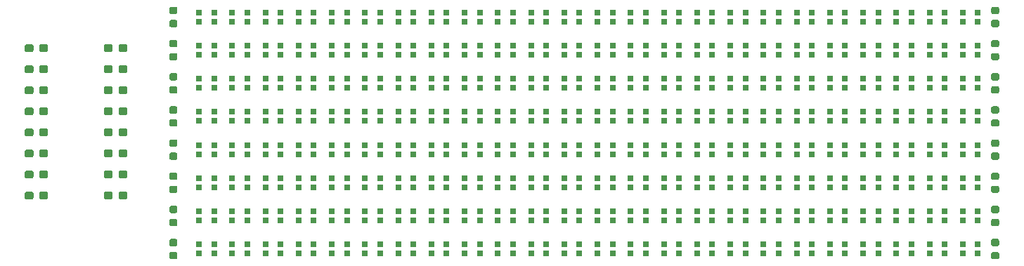
<source format=gbr>
G04 #@! TF.GenerationSoftware,KiCad,Pcbnew,5.1.4*
G04 #@! TF.CreationDate,2019-08-22T23:24:25+12:00*
G04 #@! TF.ProjectId,phloxleds,70686c6f-786c-4656-9473-2e6b69636164,rev?*
G04 #@! TF.SameCoordinates,Original*
G04 #@! TF.FileFunction,Paste,Top*
G04 #@! TF.FilePolarity,Positive*
%FSLAX46Y46*%
G04 Gerber Fmt 4.6, Leading zero omitted, Abs format (unit mm)*
G04 Created by KiCad (PCBNEW 5.1.4) date 2019-08-22 23:24:25*
%MOMM*%
%LPD*%
G04 APERTURE LIST*
%ADD10R,0.700000X0.700000*%
%ADD11C,0.100000*%
%ADD12C,0.875000*%
%ADD13C,0.950000*%
G04 APERTURE END LIST*
D10*
X173830000Y-50950000D03*
X172000000Y-52050000D03*
X172000000Y-50950000D03*
X173830000Y-52050000D03*
X169830000Y-50950000D03*
X168000000Y-52050000D03*
X168000000Y-50950000D03*
X169830000Y-52050000D03*
X165830000Y-50950000D03*
X164000000Y-52050000D03*
X164000000Y-50950000D03*
X165830000Y-52050000D03*
X161830000Y-50950000D03*
X160000000Y-52050000D03*
X160000000Y-50950000D03*
X161830000Y-52050000D03*
X157830000Y-50950000D03*
X156000000Y-52050000D03*
X156000000Y-50950000D03*
X157830000Y-52050000D03*
X153830000Y-50950000D03*
X152000000Y-52050000D03*
X152000000Y-50950000D03*
X153830000Y-52050000D03*
X149830000Y-50950000D03*
X148000000Y-52050000D03*
X148000000Y-50950000D03*
X149830000Y-52050000D03*
X145830000Y-50950000D03*
X144000000Y-52050000D03*
X144000000Y-50950000D03*
X145830000Y-52050000D03*
X141830000Y-50950000D03*
X140000000Y-52050000D03*
X140000000Y-50950000D03*
X141830000Y-52050000D03*
X137830000Y-50950000D03*
X136000000Y-52050000D03*
X136000000Y-50950000D03*
X137830000Y-52050000D03*
X133830000Y-50950000D03*
X132000000Y-52050000D03*
X132000000Y-50950000D03*
X133830000Y-52050000D03*
X129830000Y-50950000D03*
X128000000Y-52050000D03*
X128000000Y-50950000D03*
X129830000Y-52050000D03*
X173830000Y-46950000D03*
X172000000Y-48050000D03*
X172000000Y-46950000D03*
X173830000Y-48050000D03*
X169830000Y-46950000D03*
X168000000Y-48050000D03*
X168000000Y-46950000D03*
X169830000Y-48050000D03*
X165830000Y-46950000D03*
X164000000Y-48050000D03*
X164000000Y-46950000D03*
X165830000Y-48050000D03*
X161830000Y-46950000D03*
X160000000Y-48050000D03*
X160000000Y-46950000D03*
X161830000Y-48050000D03*
X157830000Y-46950000D03*
X156000000Y-48050000D03*
X156000000Y-46950000D03*
X157830000Y-48050000D03*
X153830000Y-46950000D03*
X152000000Y-48050000D03*
X152000000Y-46950000D03*
X153830000Y-48050000D03*
X149830000Y-46950000D03*
X148000000Y-48050000D03*
X148000000Y-46950000D03*
X149830000Y-48050000D03*
X145830000Y-46950000D03*
X144000000Y-48050000D03*
X144000000Y-46950000D03*
X145830000Y-48050000D03*
X141830000Y-46950000D03*
X140000000Y-48050000D03*
X140000000Y-46950000D03*
X141830000Y-48050000D03*
X137830000Y-46950000D03*
X136000000Y-48050000D03*
X136000000Y-46950000D03*
X137830000Y-48050000D03*
X133830000Y-46950000D03*
X132000000Y-48050000D03*
X132000000Y-46950000D03*
X133830000Y-48050000D03*
X129830000Y-46950000D03*
X128000000Y-48050000D03*
X128000000Y-46950000D03*
X129830000Y-48050000D03*
X173830000Y-42950000D03*
X172000000Y-44050000D03*
X172000000Y-42950000D03*
X173830000Y-44050000D03*
X169830000Y-42950000D03*
X168000000Y-44050000D03*
X168000000Y-42950000D03*
X169830000Y-44050000D03*
X165830000Y-42950000D03*
X164000000Y-44050000D03*
X164000000Y-42950000D03*
X165830000Y-44050000D03*
X161830000Y-42950000D03*
X160000000Y-44050000D03*
X160000000Y-42950000D03*
X161830000Y-44050000D03*
X157830000Y-42950000D03*
X156000000Y-44050000D03*
X156000000Y-42950000D03*
X157830000Y-44050000D03*
X153830000Y-42950000D03*
X152000000Y-44050000D03*
X152000000Y-42950000D03*
X153830000Y-44050000D03*
X149830000Y-42950000D03*
X148000000Y-44050000D03*
X148000000Y-42950000D03*
X149830000Y-44050000D03*
X145830000Y-42950000D03*
X144000000Y-44050000D03*
X144000000Y-42950000D03*
X145830000Y-44050000D03*
X141830000Y-42950000D03*
X140000000Y-44050000D03*
X140000000Y-42950000D03*
X141830000Y-44050000D03*
X137830000Y-42950000D03*
X136000000Y-44050000D03*
X136000000Y-42950000D03*
X137830000Y-44050000D03*
X133830000Y-42950000D03*
X132000000Y-44050000D03*
X132000000Y-42950000D03*
X133830000Y-44050000D03*
X129830000Y-42950000D03*
X128000000Y-44050000D03*
X128000000Y-42950000D03*
X129830000Y-44050000D03*
X173830000Y-38950000D03*
X172000000Y-40050000D03*
X172000000Y-38950000D03*
X173830000Y-40050000D03*
X169830000Y-38950000D03*
X168000000Y-40050000D03*
X168000000Y-38950000D03*
X169830000Y-40050000D03*
X165830000Y-38950000D03*
X164000000Y-40050000D03*
X164000000Y-38950000D03*
X165830000Y-40050000D03*
X161830000Y-38950000D03*
X160000000Y-40050000D03*
X160000000Y-38950000D03*
X161830000Y-40050000D03*
X157830000Y-38950000D03*
X156000000Y-40050000D03*
X156000000Y-38950000D03*
X157830000Y-40050000D03*
X153830000Y-38950000D03*
X152000000Y-40050000D03*
X152000000Y-38950000D03*
X153830000Y-40050000D03*
X149830000Y-38950000D03*
X148000000Y-40050000D03*
X148000000Y-38950000D03*
X149830000Y-40050000D03*
X145830000Y-38950000D03*
X144000000Y-40050000D03*
X144000000Y-38950000D03*
X145830000Y-40050000D03*
X141830000Y-38950000D03*
X140000000Y-40050000D03*
X140000000Y-38950000D03*
X141830000Y-40050000D03*
X137830000Y-38950000D03*
X136000000Y-40050000D03*
X136000000Y-38950000D03*
X137830000Y-40050000D03*
X133830000Y-38950000D03*
X132000000Y-40050000D03*
X132000000Y-38950000D03*
X133830000Y-40050000D03*
X129830000Y-38950000D03*
X128000000Y-40050000D03*
X128000000Y-38950000D03*
X129830000Y-40050000D03*
X173830000Y-34950000D03*
X172000000Y-36050000D03*
X172000000Y-34950000D03*
X173830000Y-36050000D03*
X169830000Y-34950000D03*
X168000000Y-36050000D03*
X168000000Y-34950000D03*
X169830000Y-36050000D03*
X165830000Y-34950000D03*
X164000000Y-36050000D03*
X164000000Y-34950000D03*
X165830000Y-36050000D03*
X161830000Y-34950000D03*
X160000000Y-36050000D03*
X160000000Y-34950000D03*
X161830000Y-36050000D03*
X157830000Y-34950000D03*
X156000000Y-36050000D03*
X156000000Y-34950000D03*
X157830000Y-36050000D03*
X153830000Y-34950000D03*
X152000000Y-36050000D03*
X152000000Y-34950000D03*
X153830000Y-36050000D03*
X149830000Y-34950000D03*
X148000000Y-36050000D03*
X148000000Y-34950000D03*
X149830000Y-36050000D03*
X145830000Y-34950000D03*
X144000000Y-36050000D03*
X144000000Y-34950000D03*
X145830000Y-36050000D03*
X141830000Y-34950000D03*
X140000000Y-36050000D03*
X140000000Y-34950000D03*
X141830000Y-36050000D03*
X137830000Y-34950000D03*
X136000000Y-36050000D03*
X136000000Y-34950000D03*
X137830000Y-36050000D03*
X133830000Y-34950000D03*
X132000000Y-36050000D03*
X132000000Y-34950000D03*
X133830000Y-36050000D03*
X129830000Y-34950000D03*
X128000000Y-36050000D03*
X128000000Y-34950000D03*
X129830000Y-36050000D03*
X173830000Y-30950000D03*
X172000000Y-32050000D03*
X172000000Y-30950000D03*
X173830000Y-32050000D03*
X169830000Y-30950000D03*
X168000000Y-32050000D03*
X168000000Y-30950000D03*
X169830000Y-32050000D03*
X165830000Y-30950000D03*
X164000000Y-32050000D03*
X164000000Y-30950000D03*
X165830000Y-32050000D03*
X161830000Y-30950000D03*
X160000000Y-32050000D03*
X160000000Y-30950000D03*
X161830000Y-32050000D03*
X157830000Y-30950000D03*
X156000000Y-32050000D03*
X156000000Y-30950000D03*
X157830000Y-32050000D03*
X153830000Y-30950000D03*
X152000000Y-32050000D03*
X152000000Y-30950000D03*
X153830000Y-32050000D03*
X149830000Y-30950000D03*
X148000000Y-32050000D03*
X148000000Y-30950000D03*
X149830000Y-32050000D03*
X145830000Y-30950000D03*
X144000000Y-32050000D03*
X144000000Y-30950000D03*
X145830000Y-32050000D03*
X141830000Y-30950000D03*
X140000000Y-32050000D03*
X140000000Y-30950000D03*
X141830000Y-32050000D03*
X137830000Y-30950000D03*
X136000000Y-32050000D03*
X136000000Y-30950000D03*
X137830000Y-32050000D03*
X133830000Y-30950000D03*
X132000000Y-32050000D03*
X132000000Y-30950000D03*
X133830000Y-32050000D03*
X129830000Y-32050000D03*
X128000000Y-30950000D03*
X128000000Y-32050000D03*
X129830000Y-30950000D03*
X125830000Y-52050000D03*
X124000000Y-50950000D03*
X124000000Y-52050000D03*
X125830000Y-50950000D03*
X121830000Y-52050000D03*
X120000000Y-50950000D03*
X120000000Y-52050000D03*
X121830000Y-50950000D03*
X117830000Y-52050000D03*
X116000000Y-50950000D03*
X116000000Y-52050000D03*
X117830000Y-50950000D03*
X113830000Y-52050000D03*
X112000000Y-50950000D03*
X112000000Y-52050000D03*
X113830000Y-50950000D03*
X109830000Y-52050000D03*
X108000000Y-50950000D03*
X108000000Y-52050000D03*
X109830000Y-50950000D03*
X105830000Y-52050000D03*
X104000000Y-50950000D03*
X104000000Y-52050000D03*
X105830000Y-50950000D03*
X101830000Y-52050000D03*
X100000000Y-50950000D03*
X100000000Y-52050000D03*
X101830000Y-50950000D03*
X97830000Y-52050000D03*
X96000000Y-50950000D03*
X96000000Y-52050000D03*
X97830000Y-50950000D03*
X93830000Y-52050000D03*
X92000000Y-50950000D03*
X92000000Y-52050000D03*
X93830000Y-50950000D03*
X89830000Y-52050000D03*
X88000000Y-50950000D03*
X88000000Y-52050000D03*
X89830000Y-50950000D03*
X85830000Y-52050000D03*
X84000000Y-50950000D03*
X84000000Y-52050000D03*
X85830000Y-50950000D03*
X81830000Y-52050000D03*
X80000000Y-50950000D03*
X80000000Y-52050000D03*
X81830000Y-50950000D03*
X125830000Y-48050000D03*
X124000000Y-46950000D03*
X124000000Y-48050000D03*
X125830000Y-46950000D03*
X121830000Y-48050000D03*
X120000000Y-46950000D03*
X120000000Y-48050000D03*
X121830000Y-46950000D03*
X117830000Y-48050000D03*
X116000000Y-46950000D03*
X116000000Y-48050000D03*
X117830000Y-46950000D03*
X113830000Y-48050000D03*
X112000000Y-46950000D03*
X112000000Y-48050000D03*
X113830000Y-46950000D03*
X109830000Y-48050000D03*
X108000000Y-46950000D03*
X108000000Y-48050000D03*
X109830000Y-46950000D03*
X105830000Y-48050000D03*
X104000000Y-46950000D03*
X104000000Y-48050000D03*
X105830000Y-46950000D03*
X101830000Y-48050000D03*
X100000000Y-46950000D03*
X100000000Y-48050000D03*
X101830000Y-46950000D03*
X97830000Y-48050000D03*
X96000000Y-46950000D03*
X96000000Y-48050000D03*
X97830000Y-46950000D03*
X93830000Y-48050000D03*
X92000000Y-46950000D03*
X92000000Y-48050000D03*
X93830000Y-46950000D03*
X89830000Y-48050000D03*
X88000000Y-46950000D03*
X88000000Y-48050000D03*
X89830000Y-46950000D03*
X85830000Y-48050000D03*
X84000000Y-46950000D03*
X84000000Y-48050000D03*
X85830000Y-46950000D03*
X81830000Y-48050000D03*
X80000000Y-46950000D03*
X80000000Y-48050000D03*
X81830000Y-46950000D03*
X125830000Y-44050000D03*
X124000000Y-42950000D03*
X124000000Y-44050000D03*
X125830000Y-42950000D03*
X121830000Y-44050000D03*
X120000000Y-42950000D03*
X120000000Y-44050000D03*
X121830000Y-42950000D03*
X117830000Y-44050000D03*
X116000000Y-42950000D03*
X116000000Y-44050000D03*
X117830000Y-42950000D03*
X113830000Y-44050000D03*
X112000000Y-42950000D03*
X112000000Y-44050000D03*
X113830000Y-42950000D03*
X109830000Y-44050000D03*
X108000000Y-42950000D03*
X108000000Y-44050000D03*
X109830000Y-42950000D03*
X105830000Y-44050000D03*
X104000000Y-42950000D03*
X104000000Y-44050000D03*
X105830000Y-42950000D03*
X101830000Y-44050000D03*
X100000000Y-42950000D03*
X100000000Y-44050000D03*
X101830000Y-42950000D03*
X97830000Y-44050000D03*
X96000000Y-42950000D03*
X96000000Y-44050000D03*
X97830000Y-42950000D03*
X93830000Y-44050000D03*
X92000000Y-42950000D03*
X92000000Y-44050000D03*
X93830000Y-42950000D03*
X89830000Y-44050000D03*
X88000000Y-42950000D03*
X88000000Y-44050000D03*
X89830000Y-42950000D03*
X85830000Y-44050000D03*
X84000000Y-42950000D03*
X84000000Y-44050000D03*
X85830000Y-42950000D03*
X81830000Y-44050000D03*
X80000000Y-42950000D03*
X80000000Y-44050000D03*
X81830000Y-42950000D03*
X125830000Y-40050000D03*
X124000000Y-38950000D03*
X124000000Y-40050000D03*
X125830000Y-38950000D03*
X121830000Y-40050000D03*
X120000000Y-38950000D03*
X120000000Y-40050000D03*
X121830000Y-38950000D03*
X117830000Y-40050000D03*
X116000000Y-38950000D03*
X116000000Y-40050000D03*
X117830000Y-38950000D03*
X113830000Y-40050000D03*
X112000000Y-38950000D03*
X112000000Y-40050000D03*
X113830000Y-38950000D03*
X109830000Y-40050000D03*
X108000000Y-38950000D03*
X108000000Y-40050000D03*
X109830000Y-38950000D03*
X105830000Y-40050000D03*
X104000000Y-38950000D03*
X104000000Y-40050000D03*
X105830000Y-38950000D03*
X101830000Y-40050000D03*
X100000000Y-38950000D03*
X100000000Y-40050000D03*
X101830000Y-38950000D03*
X97830000Y-40050000D03*
X96000000Y-38950000D03*
X96000000Y-40050000D03*
X97830000Y-38950000D03*
X93830000Y-40050000D03*
X92000000Y-38950000D03*
X92000000Y-40050000D03*
X93830000Y-38950000D03*
X89830000Y-40050000D03*
X88000000Y-38950000D03*
X88000000Y-40050000D03*
X89830000Y-38950000D03*
X85830000Y-40050000D03*
X84000000Y-38950000D03*
X84000000Y-40050000D03*
X85830000Y-38950000D03*
X125830000Y-36050000D03*
X124000000Y-34950000D03*
X124000000Y-36050000D03*
X125830000Y-34950000D03*
X121830000Y-36050000D03*
X120000000Y-34950000D03*
X120000000Y-36050000D03*
X121830000Y-34950000D03*
X117830000Y-36050000D03*
X116000000Y-34950000D03*
X116000000Y-36050000D03*
X117830000Y-34950000D03*
X113830000Y-36050000D03*
X112000000Y-34950000D03*
X112000000Y-36050000D03*
X113830000Y-34950000D03*
X109830000Y-36050000D03*
X108000000Y-34950000D03*
X108000000Y-36050000D03*
X109830000Y-34950000D03*
X105830000Y-36050000D03*
X104000000Y-34950000D03*
X104000000Y-36050000D03*
X105830000Y-34950000D03*
X101830000Y-36050000D03*
X100000000Y-34950000D03*
X100000000Y-36050000D03*
X101830000Y-34950000D03*
X97830000Y-36050000D03*
X96000000Y-34950000D03*
X96000000Y-36050000D03*
X97830000Y-34950000D03*
X93830000Y-36050000D03*
X92000000Y-34950000D03*
X92000000Y-36050000D03*
X93830000Y-34950000D03*
X89830000Y-36050000D03*
X88000000Y-34950000D03*
X88000000Y-36050000D03*
X89830000Y-34950000D03*
X85830000Y-36050000D03*
X84000000Y-34950000D03*
X84000000Y-36050000D03*
X85830000Y-34950000D03*
D11*
G36*
X77192691Y-50276053D02*
G01*
X77213926Y-50279203D01*
X77234750Y-50284419D01*
X77254962Y-50291651D01*
X77274368Y-50300830D01*
X77292781Y-50311866D01*
X77310024Y-50324654D01*
X77325930Y-50339070D01*
X77340346Y-50354976D01*
X77353134Y-50372219D01*
X77364170Y-50390632D01*
X77373349Y-50410038D01*
X77380581Y-50430250D01*
X77385797Y-50451074D01*
X77388947Y-50472309D01*
X77390000Y-50493750D01*
X77390000Y-50931250D01*
X77388947Y-50952691D01*
X77385797Y-50973926D01*
X77380581Y-50994750D01*
X77373349Y-51014962D01*
X77364170Y-51034368D01*
X77353134Y-51052781D01*
X77340346Y-51070024D01*
X77325930Y-51085930D01*
X77310024Y-51100346D01*
X77292781Y-51113134D01*
X77274368Y-51124170D01*
X77254962Y-51133349D01*
X77234750Y-51140581D01*
X77213926Y-51145797D01*
X77192691Y-51148947D01*
X77171250Y-51150000D01*
X76658750Y-51150000D01*
X76637309Y-51148947D01*
X76616074Y-51145797D01*
X76595250Y-51140581D01*
X76575038Y-51133349D01*
X76555632Y-51124170D01*
X76537219Y-51113134D01*
X76519976Y-51100346D01*
X76504070Y-51085930D01*
X76489654Y-51070024D01*
X76476866Y-51052781D01*
X76465830Y-51034368D01*
X76456651Y-51014962D01*
X76449419Y-50994750D01*
X76444203Y-50973926D01*
X76441053Y-50952691D01*
X76440000Y-50931250D01*
X76440000Y-50493750D01*
X76441053Y-50472309D01*
X76444203Y-50451074D01*
X76449419Y-50430250D01*
X76456651Y-50410038D01*
X76465830Y-50390632D01*
X76476866Y-50372219D01*
X76489654Y-50354976D01*
X76504070Y-50339070D01*
X76519976Y-50324654D01*
X76537219Y-50311866D01*
X76555632Y-50300830D01*
X76575038Y-50291651D01*
X76595250Y-50284419D01*
X76616074Y-50279203D01*
X76637309Y-50276053D01*
X76658750Y-50275000D01*
X77171250Y-50275000D01*
X77192691Y-50276053D01*
X77192691Y-50276053D01*
G37*
D12*
X76915000Y-50712500D03*
D11*
G36*
X77192691Y-51851053D02*
G01*
X77213926Y-51854203D01*
X77234750Y-51859419D01*
X77254962Y-51866651D01*
X77274368Y-51875830D01*
X77292781Y-51886866D01*
X77310024Y-51899654D01*
X77325930Y-51914070D01*
X77340346Y-51929976D01*
X77353134Y-51947219D01*
X77364170Y-51965632D01*
X77373349Y-51985038D01*
X77380581Y-52005250D01*
X77385797Y-52026074D01*
X77388947Y-52047309D01*
X77390000Y-52068750D01*
X77390000Y-52506250D01*
X77388947Y-52527691D01*
X77385797Y-52548926D01*
X77380581Y-52569750D01*
X77373349Y-52589962D01*
X77364170Y-52609368D01*
X77353134Y-52627781D01*
X77340346Y-52645024D01*
X77325930Y-52660930D01*
X77310024Y-52675346D01*
X77292781Y-52688134D01*
X77274368Y-52699170D01*
X77254962Y-52708349D01*
X77234750Y-52715581D01*
X77213926Y-52720797D01*
X77192691Y-52723947D01*
X77171250Y-52725000D01*
X76658750Y-52725000D01*
X76637309Y-52723947D01*
X76616074Y-52720797D01*
X76595250Y-52715581D01*
X76575038Y-52708349D01*
X76555632Y-52699170D01*
X76537219Y-52688134D01*
X76519976Y-52675346D01*
X76504070Y-52660930D01*
X76489654Y-52645024D01*
X76476866Y-52627781D01*
X76465830Y-52609368D01*
X76456651Y-52589962D01*
X76449419Y-52569750D01*
X76444203Y-52548926D01*
X76441053Y-52527691D01*
X76440000Y-52506250D01*
X76440000Y-52068750D01*
X76441053Y-52047309D01*
X76444203Y-52026074D01*
X76449419Y-52005250D01*
X76456651Y-51985038D01*
X76465830Y-51965632D01*
X76476866Y-51947219D01*
X76489654Y-51929976D01*
X76504070Y-51914070D01*
X76519976Y-51899654D01*
X76537219Y-51886866D01*
X76555632Y-51875830D01*
X76575038Y-51866651D01*
X76595250Y-51859419D01*
X76616074Y-51854203D01*
X76637309Y-51851053D01*
X76658750Y-51850000D01*
X77171250Y-51850000D01*
X77192691Y-51851053D01*
X77192691Y-51851053D01*
G37*
D12*
X76915000Y-52287500D03*
D11*
G36*
X77192691Y-46276053D02*
G01*
X77213926Y-46279203D01*
X77234750Y-46284419D01*
X77254962Y-46291651D01*
X77274368Y-46300830D01*
X77292781Y-46311866D01*
X77310024Y-46324654D01*
X77325930Y-46339070D01*
X77340346Y-46354976D01*
X77353134Y-46372219D01*
X77364170Y-46390632D01*
X77373349Y-46410038D01*
X77380581Y-46430250D01*
X77385797Y-46451074D01*
X77388947Y-46472309D01*
X77390000Y-46493750D01*
X77390000Y-46931250D01*
X77388947Y-46952691D01*
X77385797Y-46973926D01*
X77380581Y-46994750D01*
X77373349Y-47014962D01*
X77364170Y-47034368D01*
X77353134Y-47052781D01*
X77340346Y-47070024D01*
X77325930Y-47085930D01*
X77310024Y-47100346D01*
X77292781Y-47113134D01*
X77274368Y-47124170D01*
X77254962Y-47133349D01*
X77234750Y-47140581D01*
X77213926Y-47145797D01*
X77192691Y-47148947D01*
X77171250Y-47150000D01*
X76658750Y-47150000D01*
X76637309Y-47148947D01*
X76616074Y-47145797D01*
X76595250Y-47140581D01*
X76575038Y-47133349D01*
X76555632Y-47124170D01*
X76537219Y-47113134D01*
X76519976Y-47100346D01*
X76504070Y-47085930D01*
X76489654Y-47070024D01*
X76476866Y-47052781D01*
X76465830Y-47034368D01*
X76456651Y-47014962D01*
X76449419Y-46994750D01*
X76444203Y-46973926D01*
X76441053Y-46952691D01*
X76440000Y-46931250D01*
X76440000Y-46493750D01*
X76441053Y-46472309D01*
X76444203Y-46451074D01*
X76449419Y-46430250D01*
X76456651Y-46410038D01*
X76465830Y-46390632D01*
X76476866Y-46372219D01*
X76489654Y-46354976D01*
X76504070Y-46339070D01*
X76519976Y-46324654D01*
X76537219Y-46311866D01*
X76555632Y-46300830D01*
X76575038Y-46291651D01*
X76595250Y-46284419D01*
X76616074Y-46279203D01*
X76637309Y-46276053D01*
X76658750Y-46275000D01*
X77171250Y-46275000D01*
X77192691Y-46276053D01*
X77192691Y-46276053D01*
G37*
D12*
X76915000Y-46712500D03*
D11*
G36*
X77192691Y-47851053D02*
G01*
X77213926Y-47854203D01*
X77234750Y-47859419D01*
X77254962Y-47866651D01*
X77274368Y-47875830D01*
X77292781Y-47886866D01*
X77310024Y-47899654D01*
X77325930Y-47914070D01*
X77340346Y-47929976D01*
X77353134Y-47947219D01*
X77364170Y-47965632D01*
X77373349Y-47985038D01*
X77380581Y-48005250D01*
X77385797Y-48026074D01*
X77388947Y-48047309D01*
X77390000Y-48068750D01*
X77390000Y-48506250D01*
X77388947Y-48527691D01*
X77385797Y-48548926D01*
X77380581Y-48569750D01*
X77373349Y-48589962D01*
X77364170Y-48609368D01*
X77353134Y-48627781D01*
X77340346Y-48645024D01*
X77325930Y-48660930D01*
X77310024Y-48675346D01*
X77292781Y-48688134D01*
X77274368Y-48699170D01*
X77254962Y-48708349D01*
X77234750Y-48715581D01*
X77213926Y-48720797D01*
X77192691Y-48723947D01*
X77171250Y-48725000D01*
X76658750Y-48725000D01*
X76637309Y-48723947D01*
X76616074Y-48720797D01*
X76595250Y-48715581D01*
X76575038Y-48708349D01*
X76555632Y-48699170D01*
X76537219Y-48688134D01*
X76519976Y-48675346D01*
X76504070Y-48660930D01*
X76489654Y-48645024D01*
X76476866Y-48627781D01*
X76465830Y-48609368D01*
X76456651Y-48589962D01*
X76449419Y-48569750D01*
X76444203Y-48548926D01*
X76441053Y-48527691D01*
X76440000Y-48506250D01*
X76440000Y-48068750D01*
X76441053Y-48047309D01*
X76444203Y-48026074D01*
X76449419Y-48005250D01*
X76456651Y-47985038D01*
X76465830Y-47965632D01*
X76476866Y-47947219D01*
X76489654Y-47929976D01*
X76504070Y-47914070D01*
X76519976Y-47899654D01*
X76537219Y-47886866D01*
X76555632Y-47875830D01*
X76575038Y-47866651D01*
X76595250Y-47859419D01*
X76616074Y-47854203D01*
X76637309Y-47851053D01*
X76658750Y-47850000D01*
X77171250Y-47850000D01*
X77192691Y-47851053D01*
X77192691Y-47851053D01*
G37*
D12*
X76915000Y-48287500D03*
D11*
G36*
X77192691Y-42276053D02*
G01*
X77213926Y-42279203D01*
X77234750Y-42284419D01*
X77254962Y-42291651D01*
X77274368Y-42300830D01*
X77292781Y-42311866D01*
X77310024Y-42324654D01*
X77325930Y-42339070D01*
X77340346Y-42354976D01*
X77353134Y-42372219D01*
X77364170Y-42390632D01*
X77373349Y-42410038D01*
X77380581Y-42430250D01*
X77385797Y-42451074D01*
X77388947Y-42472309D01*
X77390000Y-42493750D01*
X77390000Y-42931250D01*
X77388947Y-42952691D01*
X77385797Y-42973926D01*
X77380581Y-42994750D01*
X77373349Y-43014962D01*
X77364170Y-43034368D01*
X77353134Y-43052781D01*
X77340346Y-43070024D01*
X77325930Y-43085930D01*
X77310024Y-43100346D01*
X77292781Y-43113134D01*
X77274368Y-43124170D01*
X77254962Y-43133349D01*
X77234750Y-43140581D01*
X77213926Y-43145797D01*
X77192691Y-43148947D01*
X77171250Y-43150000D01*
X76658750Y-43150000D01*
X76637309Y-43148947D01*
X76616074Y-43145797D01*
X76595250Y-43140581D01*
X76575038Y-43133349D01*
X76555632Y-43124170D01*
X76537219Y-43113134D01*
X76519976Y-43100346D01*
X76504070Y-43085930D01*
X76489654Y-43070024D01*
X76476866Y-43052781D01*
X76465830Y-43034368D01*
X76456651Y-43014962D01*
X76449419Y-42994750D01*
X76444203Y-42973926D01*
X76441053Y-42952691D01*
X76440000Y-42931250D01*
X76440000Y-42493750D01*
X76441053Y-42472309D01*
X76444203Y-42451074D01*
X76449419Y-42430250D01*
X76456651Y-42410038D01*
X76465830Y-42390632D01*
X76476866Y-42372219D01*
X76489654Y-42354976D01*
X76504070Y-42339070D01*
X76519976Y-42324654D01*
X76537219Y-42311866D01*
X76555632Y-42300830D01*
X76575038Y-42291651D01*
X76595250Y-42284419D01*
X76616074Y-42279203D01*
X76637309Y-42276053D01*
X76658750Y-42275000D01*
X77171250Y-42275000D01*
X77192691Y-42276053D01*
X77192691Y-42276053D01*
G37*
D12*
X76915000Y-42712500D03*
D11*
G36*
X77192691Y-43851053D02*
G01*
X77213926Y-43854203D01*
X77234750Y-43859419D01*
X77254962Y-43866651D01*
X77274368Y-43875830D01*
X77292781Y-43886866D01*
X77310024Y-43899654D01*
X77325930Y-43914070D01*
X77340346Y-43929976D01*
X77353134Y-43947219D01*
X77364170Y-43965632D01*
X77373349Y-43985038D01*
X77380581Y-44005250D01*
X77385797Y-44026074D01*
X77388947Y-44047309D01*
X77390000Y-44068750D01*
X77390000Y-44506250D01*
X77388947Y-44527691D01*
X77385797Y-44548926D01*
X77380581Y-44569750D01*
X77373349Y-44589962D01*
X77364170Y-44609368D01*
X77353134Y-44627781D01*
X77340346Y-44645024D01*
X77325930Y-44660930D01*
X77310024Y-44675346D01*
X77292781Y-44688134D01*
X77274368Y-44699170D01*
X77254962Y-44708349D01*
X77234750Y-44715581D01*
X77213926Y-44720797D01*
X77192691Y-44723947D01*
X77171250Y-44725000D01*
X76658750Y-44725000D01*
X76637309Y-44723947D01*
X76616074Y-44720797D01*
X76595250Y-44715581D01*
X76575038Y-44708349D01*
X76555632Y-44699170D01*
X76537219Y-44688134D01*
X76519976Y-44675346D01*
X76504070Y-44660930D01*
X76489654Y-44645024D01*
X76476866Y-44627781D01*
X76465830Y-44609368D01*
X76456651Y-44589962D01*
X76449419Y-44569750D01*
X76444203Y-44548926D01*
X76441053Y-44527691D01*
X76440000Y-44506250D01*
X76440000Y-44068750D01*
X76441053Y-44047309D01*
X76444203Y-44026074D01*
X76449419Y-44005250D01*
X76456651Y-43985038D01*
X76465830Y-43965632D01*
X76476866Y-43947219D01*
X76489654Y-43929976D01*
X76504070Y-43914070D01*
X76519976Y-43899654D01*
X76537219Y-43886866D01*
X76555632Y-43875830D01*
X76575038Y-43866651D01*
X76595250Y-43859419D01*
X76616074Y-43854203D01*
X76637309Y-43851053D01*
X76658750Y-43850000D01*
X77171250Y-43850000D01*
X77192691Y-43851053D01*
X77192691Y-43851053D01*
G37*
D12*
X76915000Y-44287500D03*
D11*
G36*
X77192691Y-38276053D02*
G01*
X77213926Y-38279203D01*
X77234750Y-38284419D01*
X77254962Y-38291651D01*
X77274368Y-38300830D01*
X77292781Y-38311866D01*
X77310024Y-38324654D01*
X77325930Y-38339070D01*
X77340346Y-38354976D01*
X77353134Y-38372219D01*
X77364170Y-38390632D01*
X77373349Y-38410038D01*
X77380581Y-38430250D01*
X77385797Y-38451074D01*
X77388947Y-38472309D01*
X77390000Y-38493750D01*
X77390000Y-38931250D01*
X77388947Y-38952691D01*
X77385797Y-38973926D01*
X77380581Y-38994750D01*
X77373349Y-39014962D01*
X77364170Y-39034368D01*
X77353134Y-39052781D01*
X77340346Y-39070024D01*
X77325930Y-39085930D01*
X77310024Y-39100346D01*
X77292781Y-39113134D01*
X77274368Y-39124170D01*
X77254962Y-39133349D01*
X77234750Y-39140581D01*
X77213926Y-39145797D01*
X77192691Y-39148947D01*
X77171250Y-39150000D01*
X76658750Y-39150000D01*
X76637309Y-39148947D01*
X76616074Y-39145797D01*
X76595250Y-39140581D01*
X76575038Y-39133349D01*
X76555632Y-39124170D01*
X76537219Y-39113134D01*
X76519976Y-39100346D01*
X76504070Y-39085930D01*
X76489654Y-39070024D01*
X76476866Y-39052781D01*
X76465830Y-39034368D01*
X76456651Y-39014962D01*
X76449419Y-38994750D01*
X76444203Y-38973926D01*
X76441053Y-38952691D01*
X76440000Y-38931250D01*
X76440000Y-38493750D01*
X76441053Y-38472309D01*
X76444203Y-38451074D01*
X76449419Y-38430250D01*
X76456651Y-38410038D01*
X76465830Y-38390632D01*
X76476866Y-38372219D01*
X76489654Y-38354976D01*
X76504070Y-38339070D01*
X76519976Y-38324654D01*
X76537219Y-38311866D01*
X76555632Y-38300830D01*
X76575038Y-38291651D01*
X76595250Y-38284419D01*
X76616074Y-38279203D01*
X76637309Y-38276053D01*
X76658750Y-38275000D01*
X77171250Y-38275000D01*
X77192691Y-38276053D01*
X77192691Y-38276053D01*
G37*
D12*
X76915000Y-38712500D03*
D11*
G36*
X77192691Y-39851053D02*
G01*
X77213926Y-39854203D01*
X77234750Y-39859419D01*
X77254962Y-39866651D01*
X77274368Y-39875830D01*
X77292781Y-39886866D01*
X77310024Y-39899654D01*
X77325930Y-39914070D01*
X77340346Y-39929976D01*
X77353134Y-39947219D01*
X77364170Y-39965632D01*
X77373349Y-39985038D01*
X77380581Y-40005250D01*
X77385797Y-40026074D01*
X77388947Y-40047309D01*
X77390000Y-40068750D01*
X77390000Y-40506250D01*
X77388947Y-40527691D01*
X77385797Y-40548926D01*
X77380581Y-40569750D01*
X77373349Y-40589962D01*
X77364170Y-40609368D01*
X77353134Y-40627781D01*
X77340346Y-40645024D01*
X77325930Y-40660930D01*
X77310024Y-40675346D01*
X77292781Y-40688134D01*
X77274368Y-40699170D01*
X77254962Y-40708349D01*
X77234750Y-40715581D01*
X77213926Y-40720797D01*
X77192691Y-40723947D01*
X77171250Y-40725000D01*
X76658750Y-40725000D01*
X76637309Y-40723947D01*
X76616074Y-40720797D01*
X76595250Y-40715581D01*
X76575038Y-40708349D01*
X76555632Y-40699170D01*
X76537219Y-40688134D01*
X76519976Y-40675346D01*
X76504070Y-40660930D01*
X76489654Y-40645024D01*
X76476866Y-40627781D01*
X76465830Y-40609368D01*
X76456651Y-40589962D01*
X76449419Y-40569750D01*
X76444203Y-40548926D01*
X76441053Y-40527691D01*
X76440000Y-40506250D01*
X76440000Y-40068750D01*
X76441053Y-40047309D01*
X76444203Y-40026074D01*
X76449419Y-40005250D01*
X76456651Y-39985038D01*
X76465830Y-39965632D01*
X76476866Y-39947219D01*
X76489654Y-39929976D01*
X76504070Y-39914070D01*
X76519976Y-39899654D01*
X76537219Y-39886866D01*
X76555632Y-39875830D01*
X76575038Y-39866651D01*
X76595250Y-39859419D01*
X76616074Y-39854203D01*
X76637309Y-39851053D01*
X76658750Y-39850000D01*
X77171250Y-39850000D01*
X77192691Y-39851053D01*
X77192691Y-39851053D01*
G37*
D12*
X76915000Y-40287500D03*
D11*
G36*
X77192691Y-34276053D02*
G01*
X77213926Y-34279203D01*
X77234750Y-34284419D01*
X77254962Y-34291651D01*
X77274368Y-34300830D01*
X77292781Y-34311866D01*
X77310024Y-34324654D01*
X77325930Y-34339070D01*
X77340346Y-34354976D01*
X77353134Y-34372219D01*
X77364170Y-34390632D01*
X77373349Y-34410038D01*
X77380581Y-34430250D01*
X77385797Y-34451074D01*
X77388947Y-34472309D01*
X77390000Y-34493750D01*
X77390000Y-34931250D01*
X77388947Y-34952691D01*
X77385797Y-34973926D01*
X77380581Y-34994750D01*
X77373349Y-35014962D01*
X77364170Y-35034368D01*
X77353134Y-35052781D01*
X77340346Y-35070024D01*
X77325930Y-35085930D01*
X77310024Y-35100346D01*
X77292781Y-35113134D01*
X77274368Y-35124170D01*
X77254962Y-35133349D01*
X77234750Y-35140581D01*
X77213926Y-35145797D01*
X77192691Y-35148947D01*
X77171250Y-35150000D01*
X76658750Y-35150000D01*
X76637309Y-35148947D01*
X76616074Y-35145797D01*
X76595250Y-35140581D01*
X76575038Y-35133349D01*
X76555632Y-35124170D01*
X76537219Y-35113134D01*
X76519976Y-35100346D01*
X76504070Y-35085930D01*
X76489654Y-35070024D01*
X76476866Y-35052781D01*
X76465830Y-35034368D01*
X76456651Y-35014962D01*
X76449419Y-34994750D01*
X76444203Y-34973926D01*
X76441053Y-34952691D01*
X76440000Y-34931250D01*
X76440000Y-34493750D01*
X76441053Y-34472309D01*
X76444203Y-34451074D01*
X76449419Y-34430250D01*
X76456651Y-34410038D01*
X76465830Y-34390632D01*
X76476866Y-34372219D01*
X76489654Y-34354976D01*
X76504070Y-34339070D01*
X76519976Y-34324654D01*
X76537219Y-34311866D01*
X76555632Y-34300830D01*
X76575038Y-34291651D01*
X76595250Y-34284419D01*
X76616074Y-34279203D01*
X76637309Y-34276053D01*
X76658750Y-34275000D01*
X77171250Y-34275000D01*
X77192691Y-34276053D01*
X77192691Y-34276053D01*
G37*
D12*
X76915000Y-34712500D03*
D11*
G36*
X77192691Y-35851053D02*
G01*
X77213926Y-35854203D01*
X77234750Y-35859419D01*
X77254962Y-35866651D01*
X77274368Y-35875830D01*
X77292781Y-35886866D01*
X77310024Y-35899654D01*
X77325930Y-35914070D01*
X77340346Y-35929976D01*
X77353134Y-35947219D01*
X77364170Y-35965632D01*
X77373349Y-35985038D01*
X77380581Y-36005250D01*
X77385797Y-36026074D01*
X77388947Y-36047309D01*
X77390000Y-36068750D01*
X77390000Y-36506250D01*
X77388947Y-36527691D01*
X77385797Y-36548926D01*
X77380581Y-36569750D01*
X77373349Y-36589962D01*
X77364170Y-36609368D01*
X77353134Y-36627781D01*
X77340346Y-36645024D01*
X77325930Y-36660930D01*
X77310024Y-36675346D01*
X77292781Y-36688134D01*
X77274368Y-36699170D01*
X77254962Y-36708349D01*
X77234750Y-36715581D01*
X77213926Y-36720797D01*
X77192691Y-36723947D01*
X77171250Y-36725000D01*
X76658750Y-36725000D01*
X76637309Y-36723947D01*
X76616074Y-36720797D01*
X76595250Y-36715581D01*
X76575038Y-36708349D01*
X76555632Y-36699170D01*
X76537219Y-36688134D01*
X76519976Y-36675346D01*
X76504070Y-36660930D01*
X76489654Y-36645024D01*
X76476866Y-36627781D01*
X76465830Y-36609368D01*
X76456651Y-36589962D01*
X76449419Y-36569750D01*
X76444203Y-36548926D01*
X76441053Y-36527691D01*
X76440000Y-36506250D01*
X76440000Y-36068750D01*
X76441053Y-36047309D01*
X76444203Y-36026074D01*
X76449419Y-36005250D01*
X76456651Y-35985038D01*
X76465830Y-35965632D01*
X76476866Y-35947219D01*
X76489654Y-35929976D01*
X76504070Y-35914070D01*
X76519976Y-35899654D01*
X76537219Y-35886866D01*
X76555632Y-35875830D01*
X76575038Y-35866651D01*
X76595250Y-35859419D01*
X76616074Y-35854203D01*
X76637309Y-35851053D01*
X76658750Y-35850000D01*
X77171250Y-35850000D01*
X77192691Y-35851053D01*
X77192691Y-35851053D01*
G37*
D12*
X76915000Y-36287500D03*
D11*
G36*
X77192691Y-30276053D02*
G01*
X77213926Y-30279203D01*
X77234750Y-30284419D01*
X77254962Y-30291651D01*
X77274368Y-30300830D01*
X77292781Y-30311866D01*
X77310024Y-30324654D01*
X77325930Y-30339070D01*
X77340346Y-30354976D01*
X77353134Y-30372219D01*
X77364170Y-30390632D01*
X77373349Y-30410038D01*
X77380581Y-30430250D01*
X77385797Y-30451074D01*
X77388947Y-30472309D01*
X77390000Y-30493750D01*
X77390000Y-30931250D01*
X77388947Y-30952691D01*
X77385797Y-30973926D01*
X77380581Y-30994750D01*
X77373349Y-31014962D01*
X77364170Y-31034368D01*
X77353134Y-31052781D01*
X77340346Y-31070024D01*
X77325930Y-31085930D01*
X77310024Y-31100346D01*
X77292781Y-31113134D01*
X77274368Y-31124170D01*
X77254962Y-31133349D01*
X77234750Y-31140581D01*
X77213926Y-31145797D01*
X77192691Y-31148947D01*
X77171250Y-31150000D01*
X76658750Y-31150000D01*
X76637309Y-31148947D01*
X76616074Y-31145797D01*
X76595250Y-31140581D01*
X76575038Y-31133349D01*
X76555632Y-31124170D01*
X76537219Y-31113134D01*
X76519976Y-31100346D01*
X76504070Y-31085930D01*
X76489654Y-31070024D01*
X76476866Y-31052781D01*
X76465830Y-31034368D01*
X76456651Y-31014962D01*
X76449419Y-30994750D01*
X76444203Y-30973926D01*
X76441053Y-30952691D01*
X76440000Y-30931250D01*
X76440000Y-30493750D01*
X76441053Y-30472309D01*
X76444203Y-30451074D01*
X76449419Y-30430250D01*
X76456651Y-30410038D01*
X76465830Y-30390632D01*
X76476866Y-30372219D01*
X76489654Y-30354976D01*
X76504070Y-30339070D01*
X76519976Y-30324654D01*
X76537219Y-30311866D01*
X76555632Y-30300830D01*
X76575038Y-30291651D01*
X76595250Y-30284419D01*
X76616074Y-30279203D01*
X76637309Y-30276053D01*
X76658750Y-30275000D01*
X77171250Y-30275000D01*
X77192691Y-30276053D01*
X77192691Y-30276053D01*
G37*
D12*
X76915000Y-30712500D03*
D11*
G36*
X77192691Y-31851053D02*
G01*
X77213926Y-31854203D01*
X77234750Y-31859419D01*
X77254962Y-31866651D01*
X77274368Y-31875830D01*
X77292781Y-31886866D01*
X77310024Y-31899654D01*
X77325930Y-31914070D01*
X77340346Y-31929976D01*
X77353134Y-31947219D01*
X77364170Y-31965632D01*
X77373349Y-31985038D01*
X77380581Y-32005250D01*
X77385797Y-32026074D01*
X77388947Y-32047309D01*
X77390000Y-32068750D01*
X77390000Y-32506250D01*
X77388947Y-32527691D01*
X77385797Y-32548926D01*
X77380581Y-32569750D01*
X77373349Y-32589962D01*
X77364170Y-32609368D01*
X77353134Y-32627781D01*
X77340346Y-32645024D01*
X77325930Y-32660930D01*
X77310024Y-32675346D01*
X77292781Y-32688134D01*
X77274368Y-32699170D01*
X77254962Y-32708349D01*
X77234750Y-32715581D01*
X77213926Y-32720797D01*
X77192691Y-32723947D01*
X77171250Y-32725000D01*
X76658750Y-32725000D01*
X76637309Y-32723947D01*
X76616074Y-32720797D01*
X76595250Y-32715581D01*
X76575038Y-32708349D01*
X76555632Y-32699170D01*
X76537219Y-32688134D01*
X76519976Y-32675346D01*
X76504070Y-32660930D01*
X76489654Y-32645024D01*
X76476866Y-32627781D01*
X76465830Y-32609368D01*
X76456651Y-32589962D01*
X76449419Y-32569750D01*
X76444203Y-32548926D01*
X76441053Y-32527691D01*
X76440000Y-32506250D01*
X76440000Y-32068750D01*
X76441053Y-32047309D01*
X76444203Y-32026074D01*
X76449419Y-32005250D01*
X76456651Y-31985038D01*
X76465830Y-31965632D01*
X76476866Y-31947219D01*
X76489654Y-31929976D01*
X76504070Y-31914070D01*
X76519976Y-31899654D01*
X76537219Y-31886866D01*
X76555632Y-31875830D01*
X76575038Y-31866651D01*
X76595250Y-31859419D01*
X76616074Y-31854203D01*
X76637309Y-31851053D01*
X76658750Y-31850000D01*
X77171250Y-31850000D01*
X77192691Y-31851053D01*
X77192691Y-31851053D01*
G37*
D12*
X76915000Y-32287500D03*
D10*
X81830000Y-34950000D03*
X80000000Y-36050000D03*
X80000000Y-34950000D03*
X81830000Y-36050000D03*
D11*
G36*
X176192691Y-51851053D02*
G01*
X176213926Y-51854203D01*
X176234750Y-51859419D01*
X176254962Y-51866651D01*
X176274368Y-51875830D01*
X176292781Y-51886866D01*
X176310024Y-51899654D01*
X176325930Y-51914070D01*
X176340346Y-51929976D01*
X176353134Y-51947219D01*
X176364170Y-51965632D01*
X176373349Y-51985038D01*
X176380581Y-52005250D01*
X176385797Y-52026074D01*
X176388947Y-52047309D01*
X176390000Y-52068750D01*
X176390000Y-52506250D01*
X176388947Y-52527691D01*
X176385797Y-52548926D01*
X176380581Y-52569750D01*
X176373349Y-52589962D01*
X176364170Y-52609368D01*
X176353134Y-52627781D01*
X176340346Y-52645024D01*
X176325930Y-52660930D01*
X176310024Y-52675346D01*
X176292781Y-52688134D01*
X176274368Y-52699170D01*
X176254962Y-52708349D01*
X176234750Y-52715581D01*
X176213926Y-52720797D01*
X176192691Y-52723947D01*
X176171250Y-52725000D01*
X175658750Y-52725000D01*
X175637309Y-52723947D01*
X175616074Y-52720797D01*
X175595250Y-52715581D01*
X175575038Y-52708349D01*
X175555632Y-52699170D01*
X175537219Y-52688134D01*
X175519976Y-52675346D01*
X175504070Y-52660930D01*
X175489654Y-52645024D01*
X175476866Y-52627781D01*
X175465830Y-52609368D01*
X175456651Y-52589962D01*
X175449419Y-52569750D01*
X175444203Y-52548926D01*
X175441053Y-52527691D01*
X175440000Y-52506250D01*
X175440000Y-52068750D01*
X175441053Y-52047309D01*
X175444203Y-52026074D01*
X175449419Y-52005250D01*
X175456651Y-51985038D01*
X175465830Y-51965632D01*
X175476866Y-51947219D01*
X175489654Y-51929976D01*
X175504070Y-51914070D01*
X175519976Y-51899654D01*
X175537219Y-51886866D01*
X175555632Y-51875830D01*
X175575038Y-51866651D01*
X175595250Y-51859419D01*
X175616074Y-51854203D01*
X175637309Y-51851053D01*
X175658750Y-51850000D01*
X176171250Y-51850000D01*
X176192691Y-51851053D01*
X176192691Y-51851053D01*
G37*
D12*
X175915000Y-52287500D03*
D11*
G36*
X176192691Y-50276053D02*
G01*
X176213926Y-50279203D01*
X176234750Y-50284419D01*
X176254962Y-50291651D01*
X176274368Y-50300830D01*
X176292781Y-50311866D01*
X176310024Y-50324654D01*
X176325930Y-50339070D01*
X176340346Y-50354976D01*
X176353134Y-50372219D01*
X176364170Y-50390632D01*
X176373349Y-50410038D01*
X176380581Y-50430250D01*
X176385797Y-50451074D01*
X176388947Y-50472309D01*
X176390000Y-50493750D01*
X176390000Y-50931250D01*
X176388947Y-50952691D01*
X176385797Y-50973926D01*
X176380581Y-50994750D01*
X176373349Y-51014962D01*
X176364170Y-51034368D01*
X176353134Y-51052781D01*
X176340346Y-51070024D01*
X176325930Y-51085930D01*
X176310024Y-51100346D01*
X176292781Y-51113134D01*
X176274368Y-51124170D01*
X176254962Y-51133349D01*
X176234750Y-51140581D01*
X176213926Y-51145797D01*
X176192691Y-51148947D01*
X176171250Y-51150000D01*
X175658750Y-51150000D01*
X175637309Y-51148947D01*
X175616074Y-51145797D01*
X175595250Y-51140581D01*
X175575038Y-51133349D01*
X175555632Y-51124170D01*
X175537219Y-51113134D01*
X175519976Y-51100346D01*
X175504070Y-51085930D01*
X175489654Y-51070024D01*
X175476866Y-51052781D01*
X175465830Y-51034368D01*
X175456651Y-51014962D01*
X175449419Y-50994750D01*
X175444203Y-50973926D01*
X175441053Y-50952691D01*
X175440000Y-50931250D01*
X175440000Y-50493750D01*
X175441053Y-50472309D01*
X175444203Y-50451074D01*
X175449419Y-50430250D01*
X175456651Y-50410038D01*
X175465830Y-50390632D01*
X175476866Y-50372219D01*
X175489654Y-50354976D01*
X175504070Y-50339070D01*
X175519976Y-50324654D01*
X175537219Y-50311866D01*
X175555632Y-50300830D01*
X175575038Y-50291651D01*
X175595250Y-50284419D01*
X175616074Y-50279203D01*
X175637309Y-50276053D01*
X175658750Y-50275000D01*
X176171250Y-50275000D01*
X176192691Y-50276053D01*
X176192691Y-50276053D01*
G37*
D12*
X175915000Y-50712500D03*
D11*
G36*
X176192691Y-47851053D02*
G01*
X176213926Y-47854203D01*
X176234750Y-47859419D01*
X176254962Y-47866651D01*
X176274368Y-47875830D01*
X176292781Y-47886866D01*
X176310024Y-47899654D01*
X176325930Y-47914070D01*
X176340346Y-47929976D01*
X176353134Y-47947219D01*
X176364170Y-47965632D01*
X176373349Y-47985038D01*
X176380581Y-48005250D01*
X176385797Y-48026074D01*
X176388947Y-48047309D01*
X176390000Y-48068750D01*
X176390000Y-48506250D01*
X176388947Y-48527691D01*
X176385797Y-48548926D01*
X176380581Y-48569750D01*
X176373349Y-48589962D01*
X176364170Y-48609368D01*
X176353134Y-48627781D01*
X176340346Y-48645024D01*
X176325930Y-48660930D01*
X176310024Y-48675346D01*
X176292781Y-48688134D01*
X176274368Y-48699170D01*
X176254962Y-48708349D01*
X176234750Y-48715581D01*
X176213926Y-48720797D01*
X176192691Y-48723947D01*
X176171250Y-48725000D01*
X175658750Y-48725000D01*
X175637309Y-48723947D01*
X175616074Y-48720797D01*
X175595250Y-48715581D01*
X175575038Y-48708349D01*
X175555632Y-48699170D01*
X175537219Y-48688134D01*
X175519976Y-48675346D01*
X175504070Y-48660930D01*
X175489654Y-48645024D01*
X175476866Y-48627781D01*
X175465830Y-48609368D01*
X175456651Y-48589962D01*
X175449419Y-48569750D01*
X175444203Y-48548926D01*
X175441053Y-48527691D01*
X175440000Y-48506250D01*
X175440000Y-48068750D01*
X175441053Y-48047309D01*
X175444203Y-48026074D01*
X175449419Y-48005250D01*
X175456651Y-47985038D01*
X175465830Y-47965632D01*
X175476866Y-47947219D01*
X175489654Y-47929976D01*
X175504070Y-47914070D01*
X175519976Y-47899654D01*
X175537219Y-47886866D01*
X175555632Y-47875830D01*
X175575038Y-47866651D01*
X175595250Y-47859419D01*
X175616074Y-47854203D01*
X175637309Y-47851053D01*
X175658750Y-47850000D01*
X176171250Y-47850000D01*
X176192691Y-47851053D01*
X176192691Y-47851053D01*
G37*
D12*
X175915000Y-48287500D03*
D11*
G36*
X176192691Y-46276053D02*
G01*
X176213926Y-46279203D01*
X176234750Y-46284419D01*
X176254962Y-46291651D01*
X176274368Y-46300830D01*
X176292781Y-46311866D01*
X176310024Y-46324654D01*
X176325930Y-46339070D01*
X176340346Y-46354976D01*
X176353134Y-46372219D01*
X176364170Y-46390632D01*
X176373349Y-46410038D01*
X176380581Y-46430250D01*
X176385797Y-46451074D01*
X176388947Y-46472309D01*
X176390000Y-46493750D01*
X176390000Y-46931250D01*
X176388947Y-46952691D01*
X176385797Y-46973926D01*
X176380581Y-46994750D01*
X176373349Y-47014962D01*
X176364170Y-47034368D01*
X176353134Y-47052781D01*
X176340346Y-47070024D01*
X176325930Y-47085930D01*
X176310024Y-47100346D01*
X176292781Y-47113134D01*
X176274368Y-47124170D01*
X176254962Y-47133349D01*
X176234750Y-47140581D01*
X176213926Y-47145797D01*
X176192691Y-47148947D01*
X176171250Y-47150000D01*
X175658750Y-47150000D01*
X175637309Y-47148947D01*
X175616074Y-47145797D01*
X175595250Y-47140581D01*
X175575038Y-47133349D01*
X175555632Y-47124170D01*
X175537219Y-47113134D01*
X175519976Y-47100346D01*
X175504070Y-47085930D01*
X175489654Y-47070024D01*
X175476866Y-47052781D01*
X175465830Y-47034368D01*
X175456651Y-47014962D01*
X175449419Y-46994750D01*
X175444203Y-46973926D01*
X175441053Y-46952691D01*
X175440000Y-46931250D01*
X175440000Y-46493750D01*
X175441053Y-46472309D01*
X175444203Y-46451074D01*
X175449419Y-46430250D01*
X175456651Y-46410038D01*
X175465830Y-46390632D01*
X175476866Y-46372219D01*
X175489654Y-46354976D01*
X175504070Y-46339070D01*
X175519976Y-46324654D01*
X175537219Y-46311866D01*
X175555632Y-46300830D01*
X175575038Y-46291651D01*
X175595250Y-46284419D01*
X175616074Y-46279203D01*
X175637309Y-46276053D01*
X175658750Y-46275000D01*
X176171250Y-46275000D01*
X176192691Y-46276053D01*
X176192691Y-46276053D01*
G37*
D12*
X175915000Y-46712500D03*
D11*
G36*
X176192691Y-43851053D02*
G01*
X176213926Y-43854203D01*
X176234750Y-43859419D01*
X176254962Y-43866651D01*
X176274368Y-43875830D01*
X176292781Y-43886866D01*
X176310024Y-43899654D01*
X176325930Y-43914070D01*
X176340346Y-43929976D01*
X176353134Y-43947219D01*
X176364170Y-43965632D01*
X176373349Y-43985038D01*
X176380581Y-44005250D01*
X176385797Y-44026074D01*
X176388947Y-44047309D01*
X176390000Y-44068750D01*
X176390000Y-44506250D01*
X176388947Y-44527691D01*
X176385797Y-44548926D01*
X176380581Y-44569750D01*
X176373349Y-44589962D01*
X176364170Y-44609368D01*
X176353134Y-44627781D01*
X176340346Y-44645024D01*
X176325930Y-44660930D01*
X176310024Y-44675346D01*
X176292781Y-44688134D01*
X176274368Y-44699170D01*
X176254962Y-44708349D01*
X176234750Y-44715581D01*
X176213926Y-44720797D01*
X176192691Y-44723947D01*
X176171250Y-44725000D01*
X175658750Y-44725000D01*
X175637309Y-44723947D01*
X175616074Y-44720797D01*
X175595250Y-44715581D01*
X175575038Y-44708349D01*
X175555632Y-44699170D01*
X175537219Y-44688134D01*
X175519976Y-44675346D01*
X175504070Y-44660930D01*
X175489654Y-44645024D01*
X175476866Y-44627781D01*
X175465830Y-44609368D01*
X175456651Y-44589962D01*
X175449419Y-44569750D01*
X175444203Y-44548926D01*
X175441053Y-44527691D01*
X175440000Y-44506250D01*
X175440000Y-44068750D01*
X175441053Y-44047309D01*
X175444203Y-44026074D01*
X175449419Y-44005250D01*
X175456651Y-43985038D01*
X175465830Y-43965632D01*
X175476866Y-43947219D01*
X175489654Y-43929976D01*
X175504070Y-43914070D01*
X175519976Y-43899654D01*
X175537219Y-43886866D01*
X175555632Y-43875830D01*
X175575038Y-43866651D01*
X175595250Y-43859419D01*
X175616074Y-43854203D01*
X175637309Y-43851053D01*
X175658750Y-43850000D01*
X176171250Y-43850000D01*
X176192691Y-43851053D01*
X176192691Y-43851053D01*
G37*
D12*
X175915000Y-44287500D03*
D11*
G36*
X176192691Y-42276053D02*
G01*
X176213926Y-42279203D01*
X176234750Y-42284419D01*
X176254962Y-42291651D01*
X176274368Y-42300830D01*
X176292781Y-42311866D01*
X176310024Y-42324654D01*
X176325930Y-42339070D01*
X176340346Y-42354976D01*
X176353134Y-42372219D01*
X176364170Y-42390632D01*
X176373349Y-42410038D01*
X176380581Y-42430250D01*
X176385797Y-42451074D01*
X176388947Y-42472309D01*
X176390000Y-42493750D01*
X176390000Y-42931250D01*
X176388947Y-42952691D01*
X176385797Y-42973926D01*
X176380581Y-42994750D01*
X176373349Y-43014962D01*
X176364170Y-43034368D01*
X176353134Y-43052781D01*
X176340346Y-43070024D01*
X176325930Y-43085930D01*
X176310024Y-43100346D01*
X176292781Y-43113134D01*
X176274368Y-43124170D01*
X176254962Y-43133349D01*
X176234750Y-43140581D01*
X176213926Y-43145797D01*
X176192691Y-43148947D01*
X176171250Y-43150000D01*
X175658750Y-43150000D01*
X175637309Y-43148947D01*
X175616074Y-43145797D01*
X175595250Y-43140581D01*
X175575038Y-43133349D01*
X175555632Y-43124170D01*
X175537219Y-43113134D01*
X175519976Y-43100346D01*
X175504070Y-43085930D01*
X175489654Y-43070024D01*
X175476866Y-43052781D01*
X175465830Y-43034368D01*
X175456651Y-43014962D01*
X175449419Y-42994750D01*
X175444203Y-42973926D01*
X175441053Y-42952691D01*
X175440000Y-42931250D01*
X175440000Y-42493750D01*
X175441053Y-42472309D01*
X175444203Y-42451074D01*
X175449419Y-42430250D01*
X175456651Y-42410038D01*
X175465830Y-42390632D01*
X175476866Y-42372219D01*
X175489654Y-42354976D01*
X175504070Y-42339070D01*
X175519976Y-42324654D01*
X175537219Y-42311866D01*
X175555632Y-42300830D01*
X175575038Y-42291651D01*
X175595250Y-42284419D01*
X175616074Y-42279203D01*
X175637309Y-42276053D01*
X175658750Y-42275000D01*
X176171250Y-42275000D01*
X176192691Y-42276053D01*
X176192691Y-42276053D01*
G37*
D12*
X175915000Y-42712500D03*
D11*
G36*
X176192691Y-39851053D02*
G01*
X176213926Y-39854203D01*
X176234750Y-39859419D01*
X176254962Y-39866651D01*
X176274368Y-39875830D01*
X176292781Y-39886866D01*
X176310024Y-39899654D01*
X176325930Y-39914070D01*
X176340346Y-39929976D01*
X176353134Y-39947219D01*
X176364170Y-39965632D01*
X176373349Y-39985038D01*
X176380581Y-40005250D01*
X176385797Y-40026074D01*
X176388947Y-40047309D01*
X176390000Y-40068750D01*
X176390000Y-40506250D01*
X176388947Y-40527691D01*
X176385797Y-40548926D01*
X176380581Y-40569750D01*
X176373349Y-40589962D01*
X176364170Y-40609368D01*
X176353134Y-40627781D01*
X176340346Y-40645024D01*
X176325930Y-40660930D01*
X176310024Y-40675346D01*
X176292781Y-40688134D01*
X176274368Y-40699170D01*
X176254962Y-40708349D01*
X176234750Y-40715581D01*
X176213926Y-40720797D01*
X176192691Y-40723947D01*
X176171250Y-40725000D01*
X175658750Y-40725000D01*
X175637309Y-40723947D01*
X175616074Y-40720797D01*
X175595250Y-40715581D01*
X175575038Y-40708349D01*
X175555632Y-40699170D01*
X175537219Y-40688134D01*
X175519976Y-40675346D01*
X175504070Y-40660930D01*
X175489654Y-40645024D01*
X175476866Y-40627781D01*
X175465830Y-40609368D01*
X175456651Y-40589962D01*
X175449419Y-40569750D01*
X175444203Y-40548926D01*
X175441053Y-40527691D01*
X175440000Y-40506250D01*
X175440000Y-40068750D01*
X175441053Y-40047309D01*
X175444203Y-40026074D01*
X175449419Y-40005250D01*
X175456651Y-39985038D01*
X175465830Y-39965632D01*
X175476866Y-39947219D01*
X175489654Y-39929976D01*
X175504070Y-39914070D01*
X175519976Y-39899654D01*
X175537219Y-39886866D01*
X175555632Y-39875830D01*
X175575038Y-39866651D01*
X175595250Y-39859419D01*
X175616074Y-39854203D01*
X175637309Y-39851053D01*
X175658750Y-39850000D01*
X176171250Y-39850000D01*
X176192691Y-39851053D01*
X176192691Y-39851053D01*
G37*
D12*
X175915000Y-40287500D03*
D11*
G36*
X176192691Y-38276053D02*
G01*
X176213926Y-38279203D01*
X176234750Y-38284419D01*
X176254962Y-38291651D01*
X176274368Y-38300830D01*
X176292781Y-38311866D01*
X176310024Y-38324654D01*
X176325930Y-38339070D01*
X176340346Y-38354976D01*
X176353134Y-38372219D01*
X176364170Y-38390632D01*
X176373349Y-38410038D01*
X176380581Y-38430250D01*
X176385797Y-38451074D01*
X176388947Y-38472309D01*
X176390000Y-38493750D01*
X176390000Y-38931250D01*
X176388947Y-38952691D01*
X176385797Y-38973926D01*
X176380581Y-38994750D01*
X176373349Y-39014962D01*
X176364170Y-39034368D01*
X176353134Y-39052781D01*
X176340346Y-39070024D01*
X176325930Y-39085930D01*
X176310024Y-39100346D01*
X176292781Y-39113134D01*
X176274368Y-39124170D01*
X176254962Y-39133349D01*
X176234750Y-39140581D01*
X176213926Y-39145797D01*
X176192691Y-39148947D01*
X176171250Y-39150000D01*
X175658750Y-39150000D01*
X175637309Y-39148947D01*
X175616074Y-39145797D01*
X175595250Y-39140581D01*
X175575038Y-39133349D01*
X175555632Y-39124170D01*
X175537219Y-39113134D01*
X175519976Y-39100346D01*
X175504070Y-39085930D01*
X175489654Y-39070024D01*
X175476866Y-39052781D01*
X175465830Y-39034368D01*
X175456651Y-39014962D01*
X175449419Y-38994750D01*
X175444203Y-38973926D01*
X175441053Y-38952691D01*
X175440000Y-38931250D01*
X175440000Y-38493750D01*
X175441053Y-38472309D01*
X175444203Y-38451074D01*
X175449419Y-38430250D01*
X175456651Y-38410038D01*
X175465830Y-38390632D01*
X175476866Y-38372219D01*
X175489654Y-38354976D01*
X175504070Y-38339070D01*
X175519976Y-38324654D01*
X175537219Y-38311866D01*
X175555632Y-38300830D01*
X175575038Y-38291651D01*
X175595250Y-38284419D01*
X175616074Y-38279203D01*
X175637309Y-38276053D01*
X175658750Y-38275000D01*
X176171250Y-38275000D01*
X176192691Y-38276053D01*
X176192691Y-38276053D01*
G37*
D12*
X175915000Y-38712500D03*
D11*
G36*
X176192691Y-35851053D02*
G01*
X176213926Y-35854203D01*
X176234750Y-35859419D01*
X176254962Y-35866651D01*
X176274368Y-35875830D01*
X176292781Y-35886866D01*
X176310024Y-35899654D01*
X176325930Y-35914070D01*
X176340346Y-35929976D01*
X176353134Y-35947219D01*
X176364170Y-35965632D01*
X176373349Y-35985038D01*
X176380581Y-36005250D01*
X176385797Y-36026074D01*
X176388947Y-36047309D01*
X176390000Y-36068750D01*
X176390000Y-36506250D01*
X176388947Y-36527691D01*
X176385797Y-36548926D01*
X176380581Y-36569750D01*
X176373349Y-36589962D01*
X176364170Y-36609368D01*
X176353134Y-36627781D01*
X176340346Y-36645024D01*
X176325930Y-36660930D01*
X176310024Y-36675346D01*
X176292781Y-36688134D01*
X176274368Y-36699170D01*
X176254962Y-36708349D01*
X176234750Y-36715581D01*
X176213926Y-36720797D01*
X176192691Y-36723947D01*
X176171250Y-36725000D01*
X175658750Y-36725000D01*
X175637309Y-36723947D01*
X175616074Y-36720797D01*
X175595250Y-36715581D01*
X175575038Y-36708349D01*
X175555632Y-36699170D01*
X175537219Y-36688134D01*
X175519976Y-36675346D01*
X175504070Y-36660930D01*
X175489654Y-36645024D01*
X175476866Y-36627781D01*
X175465830Y-36609368D01*
X175456651Y-36589962D01*
X175449419Y-36569750D01*
X175444203Y-36548926D01*
X175441053Y-36527691D01*
X175440000Y-36506250D01*
X175440000Y-36068750D01*
X175441053Y-36047309D01*
X175444203Y-36026074D01*
X175449419Y-36005250D01*
X175456651Y-35985038D01*
X175465830Y-35965632D01*
X175476866Y-35947219D01*
X175489654Y-35929976D01*
X175504070Y-35914070D01*
X175519976Y-35899654D01*
X175537219Y-35886866D01*
X175555632Y-35875830D01*
X175575038Y-35866651D01*
X175595250Y-35859419D01*
X175616074Y-35854203D01*
X175637309Y-35851053D01*
X175658750Y-35850000D01*
X176171250Y-35850000D01*
X176192691Y-35851053D01*
X176192691Y-35851053D01*
G37*
D12*
X175915000Y-36287500D03*
D11*
G36*
X176192691Y-34276053D02*
G01*
X176213926Y-34279203D01*
X176234750Y-34284419D01*
X176254962Y-34291651D01*
X176274368Y-34300830D01*
X176292781Y-34311866D01*
X176310024Y-34324654D01*
X176325930Y-34339070D01*
X176340346Y-34354976D01*
X176353134Y-34372219D01*
X176364170Y-34390632D01*
X176373349Y-34410038D01*
X176380581Y-34430250D01*
X176385797Y-34451074D01*
X176388947Y-34472309D01*
X176390000Y-34493750D01*
X176390000Y-34931250D01*
X176388947Y-34952691D01*
X176385797Y-34973926D01*
X176380581Y-34994750D01*
X176373349Y-35014962D01*
X176364170Y-35034368D01*
X176353134Y-35052781D01*
X176340346Y-35070024D01*
X176325930Y-35085930D01*
X176310024Y-35100346D01*
X176292781Y-35113134D01*
X176274368Y-35124170D01*
X176254962Y-35133349D01*
X176234750Y-35140581D01*
X176213926Y-35145797D01*
X176192691Y-35148947D01*
X176171250Y-35150000D01*
X175658750Y-35150000D01*
X175637309Y-35148947D01*
X175616074Y-35145797D01*
X175595250Y-35140581D01*
X175575038Y-35133349D01*
X175555632Y-35124170D01*
X175537219Y-35113134D01*
X175519976Y-35100346D01*
X175504070Y-35085930D01*
X175489654Y-35070024D01*
X175476866Y-35052781D01*
X175465830Y-35034368D01*
X175456651Y-35014962D01*
X175449419Y-34994750D01*
X175444203Y-34973926D01*
X175441053Y-34952691D01*
X175440000Y-34931250D01*
X175440000Y-34493750D01*
X175441053Y-34472309D01*
X175444203Y-34451074D01*
X175449419Y-34430250D01*
X175456651Y-34410038D01*
X175465830Y-34390632D01*
X175476866Y-34372219D01*
X175489654Y-34354976D01*
X175504070Y-34339070D01*
X175519976Y-34324654D01*
X175537219Y-34311866D01*
X175555632Y-34300830D01*
X175575038Y-34291651D01*
X175595250Y-34284419D01*
X175616074Y-34279203D01*
X175637309Y-34276053D01*
X175658750Y-34275000D01*
X176171250Y-34275000D01*
X176192691Y-34276053D01*
X176192691Y-34276053D01*
G37*
D12*
X175915000Y-34712500D03*
D11*
G36*
X176192691Y-31851053D02*
G01*
X176213926Y-31854203D01*
X176234750Y-31859419D01*
X176254962Y-31866651D01*
X176274368Y-31875830D01*
X176292781Y-31886866D01*
X176310024Y-31899654D01*
X176325930Y-31914070D01*
X176340346Y-31929976D01*
X176353134Y-31947219D01*
X176364170Y-31965632D01*
X176373349Y-31985038D01*
X176380581Y-32005250D01*
X176385797Y-32026074D01*
X176388947Y-32047309D01*
X176390000Y-32068750D01*
X176390000Y-32506250D01*
X176388947Y-32527691D01*
X176385797Y-32548926D01*
X176380581Y-32569750D01*
X176373349Y-32589962D01*
X176364170Y-32609368D01*
X176353134Y-32627781D01*
X176340346Y-32645024D01*
X176325930Y-32660930D01*
X176310024Y-32675346D01*
X176292781Y-32688134D01*
X176274368Y-32699170D01*
X176254962Y-32708349D01*
X176234750Y-32715581D01*
X176213926Y-32720797D01*
X176192691Y-32723947D01*
X176171250Y-32725000D01*
X175658750Y-32725000D01*
X175637309Y-32723947D01*
X175616074Y-32720797D01*
X175595250Y-32715581D01*
X175575038Y-32708349D01*
X175555632Y-32699170D01*
X175537219Y-32688134D01*
X175519976Y-32675346D01*
X175504070Y-32660930D01*
X175489654Y-32645024D01*
X175476866Y-32627781D01*
X175465830Y-32609368D01*
X175456651Y-32589962D01*
X175449419Y-32569750D01*
X175444203Y-32548926D01*
X175441053Y-32527691D01*
X175440000Y-32506250D01*
X175440000Y-32068750D01*
X175441053Y-32047309D01*
X175444203Y-32026074D01*
X175449419Y-32005250D01*
X175456651Y-31985038D01*
X175465830Y-31965632D01*
X175476866Y-31947219D01*
X175489654Y-31929976D01*
X175504070Y-31914070D01*
X175519976Y-31899654D01*
X175537219Y-31886866D01*
X175555632Y-31875830D01*
X175575038Y-31866651D01*
X175595250Y-31859419D01*
X175616074Y-31854203D01*
X175637309Y-31851053D01*
X175658750Y-31850000D01*
X176171250Y-31850000D01*
X176192691Y-31851053D01*
X176192691Y-31851053D01*
G37*
D12*
X175915000Y-32287500D03*
D11*
G36*
X176192691Y-30276053D02*
G01*
X176213926Y-30279203D01*
X176234750Y-30284419D01*
X176254962Y-30291651D01*
X176274368Y-30300830D01*
X176292781Y-30311866D01*
X176310024Y-30324654D01*
X176325930Y-30339070D01*
X176340346Y-30354976D01*
X176353134Y-30372219D01*
X176364170Y-30390632D01*
X176373349Y-30410038D01*
X176380581Y-30430250D01*
X176385797Y-30451074D01*
X176388947Y-30472309D01*
X176390000Y-30493750D01*
X176390000Y-30931250D01*
X176388947Y-30952691D01*
X176385797Y-30973926D01*
X176380581Y-30994750D01*
X176373349Y-31014962D01*
X176364170Y-31034368D01*
X176353134Y-31052781D01*
X176340346Y-31070024D01*
X176325930Y-31085930D01*
X176310024Y-31100346D01*
X176292781Y-31113134D01*
X176274368Y-31124170D01*
X176254962Y-31133349D01*
X176234750Y-31140581D01*
X176213926Y-31145797D01*
X176192691Y-31148947D01*
X176171250Y-31150000D01*
X175658750Y-31150000D01*
X175637309Y-31148947D01*
X175616074Y-31145797D01*
X175595250Y-31140581D01*
X175575038Y-31133349D01*
X175555632Y-31124170D01*
X175537219Y-31113134D01*
X175519976Y-31100346D01*
X175504070Y-31085930D01*
X175489654Y-31070024D01*
X175476866Y-31052781D01*
X175465830Y-31034368D01*
X175456651Y-31014962D01*
X175449419Y-30994750D01*
X175444203Y-30973926D01*
X175441053Y-30952691D01*
X175440000Y-30931250D01*
X175440000Y-30493750D01*
X175441053Y-30472309D01*
X175444203Y-30451074D01*
X175449419Y-30430250D01*
X175456651Y-30410038D01*
X175465830Y-30390632D01*
X175476866Y-30372219D01*
X175489654Y-30354976D01*
X175504070Y-30339070D01*
X175519976Y-30324654D01*
X175537219Y-30311866D01*
X175555632Y-30300830D01*
X175575038Y-30291651D01*
X175595250Y-30284419D01*
X175616074Y-30279203D01*
X175637309Y-30276053D01*
X175658750Y-30275000D01*
X176171250Y-30275000D01*
X176192691Y-30276053D01*
X176192691Y-30276053D01*
G37*
D12*
X175915000Y-30712500D03*
D11*
G36*
X176192691Y-27851053D02*
G01*
X176213926Y-27854203D01*
X176234750Y-27859419D01*
X176254962Y-27866651D01*
X176274368Y-27875830D01*
X176292781Y-27886866D01*
X176310024Y-27899654D01*
X176325930Y-27914070D01*
X176340346Y-27929976D01*
X176353134Y-27947219D01*
X176364170Y-27965632D01*
X176373349Y-27985038D01*
X176380581Y-28005250D01*
X176385797Y-28026074D01*
X176388947Y-28047309D01*
X176390000Y-28068750D01*
X176390000Y-28506250D01*
X176388947Y-28527691D01*
X176385797Y-28548926D01*
X176380581Y-28569750D01*
X176373349Y-28589962D01*
X176364170Y-28609368D01*
X176353134Y-28627781D01*
X176340346Y-28645024D01*
X176325930Y-28660930D01*
X176310024Y-28675346D01*
X176292781Y-28688134D01*
X176274368Y-28699170D01*
X176254962Y-28708349D01*
X176234750Y-28715581D01*
X176213926Y-28720797D01*
X176192691Y-28723947D01*
X176171250Y-28725000D01*
X175658750Y-28725000D01*
X175637309Y-28723947D01*
X175616074Y-28720797D01*
X175595250Y-28715581D01*
X175575038Y-28708349D01*
X175555632Y-28699170D01*
X175537219Y-28688134D01*
X175519976Y-28675346D01*
X175504070Y-28660930D01*
X175489654Y-28645024D01*
X175476866Y-28627781D01*
X175465830Y-28609368D01*
X175456651Y-28589962D01*
X175449419Y-28569750D01*
X175444203Y-28548926D01*
X175441053Y-28527691D01*
X175440000Y-28506250D01*
X175440000Y-28068750D01*
X175441053Y-28047309D01*
X175444203Y-28026074D01*
X175449419Y-28005250D01*
X175456651Y-27985038D01*
X175465830Y-27965632D01*
X175476866Y-27947219D01*
X175489654Y-27929976D01*
X175504070Y-27914070D01*
X175519976Y-27899654D01*
X175537219Y-27886866D01*
X175555632Y-27875830D01*
X175575038Y-27866651D01*
X175595250Y-27859419D01*
X175616074Y-27854203D01*
X175637309Y-27851053D01*
X175658750Y-27850000D01*
X176171250Y-27850000D01*
X176192691Y-27851053D01*
X176192691Y-27851053D01*
G37*
D12*
X175915000Y-28287500D03*
D11*
G36*
X176192691Y-26276053D02*
G01*
X176213926Y-26279203D01*
X176234750Y-26284419D01*
X176254962Y-26291651D01*
X176274368Y-26300830D01*
X176292781Y-26311866D01*
X176310024Y-26324654D01*
X176325930Y-26339070D01*
X176340346Y-26354976D01*
X176353134Y-26372219D01*
X176364170Y-26390632D01*
X176373349Y-26410038D01*
X176380581Y-26430250D01*
X176385797Y-26451074D01*
X176388947Y-26472309D01*
X176390000Y-26493750D01*
X176390000Y-26931250D01*
X176388947Y-26952691D01*
X176385797Y-26973926D01*
X176380581Y-26994750D01*
X176373349Y-27014962D01*
X176364170Y-27034368D01*
X176353134Y-27052781D01*
X176340346Y-27070024D01*
X176325930Y-27085930D01*
X176310024Y-27100346D01*
X176292781Y-27113134D01*
X176274368Y-27124170D01*
X176254962Y-27133349D01*
X176234750Y-27140581D01*
X176213926Y-27145797D01*
X176192691Y-27148947D01*
X176171250Y-27150000D01*
X175658750Y-27150000D01*
X175637309Y-27148947D01*
X175616074Y-27145797D01*
X175595250Y-27140581D01*
X175575038Y-27133349D01*
X175555632Y-27124170D01*
X175537219Y-27113134D01*
X175519976Y-27100346D01*
X175504070Y-27085930D01*
X175489654Y-27070024D01*
X175476866Y-27052781D01*
X175465830Y-27034368D01*
X175456651Y-27014962D01*
X175449419Y-26994750D01*
X175444203Y-26973926D01*
X175441053Y-26952691D01*
X175440000Y-26931250D01*
X175440000Y-26493750D01*
X175441053Y-26472309D01*
X175444203Y-26451074D01*
X175449419Y-26430250D01*
X175456651Y-26410038D01*
X175465830Y-26390632D01*
X175476866Y-26372219D01*
X175489654Y-26354976D01*
X175504070Y-26339070D01*
X175519976Y-26324654D01*
X175537219Y-26311866D01*
X175555632Y-26300830D01*
X175575038Y-26291651D01*
X175595250Y-26284419D01*
X175616074Y-26279203D01*
X175637309Y-26276053D01*
X175658750Y-26275000D01*
X176171250Y-26275000D01*
X176192691Y-26276053D01*
X176192691Y-26276053D01*
G37*
D12*
X175915000Y-26712500D03*
D11*
G36*
X69390779Y-44556144D02*
G01*
X69413834Y-44559563D01*
X69436443Y-44565227D01*
X69458387Y-44573079D01*
X69479457Y-44583044D01*
X69499448Y-44595026D01*
X69518168Y-44608910D01*
X69535438Y-44624562D01*
X69551090Y-44641832D01*
X69564974Y-44660552D01*
X69576956Y-44680543D01*
X69586921Y-44701613D01*
X69594773Y-44723557D01*
X69600437Y-44746166D01*
X69603856Y-44769221D01*
X69605000Y-44792500D01*
X69605000Y-45267500D01*
X69603856Y-45290779D01*
X69600437Y-45313834D01*
X69594773Y-45336443D01*
X69586921Y-45358387D01*
X69576956Y-45379457D01*
X69564974Y-45399448D01*
X69551090Y-45418168D01*
X69535438Y-45435438D01*
X69518168Y-45451090D01*
X69499448Y-45464974D01*
X69479457Y-45476956D01*
X69458387Y-45486921D01*
X69436443Y-45494773D01*
X69413834Y-45500437D01*
X69390779Y-45503856D01*
X69367500Y-45505000D01*
X68792500Y-45505000D01*
X68769221Y-45503856D01*
X68746166Y-45500437D01*
X68723557Y-45494773D01*
X68701613Y-45486921D01*
X68680543Y-45476956D01*
X68660552Y-45464974D01*
X68641832Y-45451090D01*
X68624562Y-45435438D01*
X68608910Y-45418168D01*
X68595026Y-45399448D01*
X68583044Y-45379457D01*
X68573079Y-45358387D01*
X68565227Y-45336443D01*
X68559563Y-45313834D01*
X68556144Y-45290779D01*
X68555000Y-45267500D01*
X68555000Y-44792500D01*
X68556144Y-44769221D01*
X68559563Y-44746166D01*
X68565227Y-44723557D01*
X68573079Y-44701613D01*
X68583044Y-44680543D01*
X68595026Y-44660552D01*
X68608910Y-44641832D01*
X68624562Y-44624562D01*
X68641832Y-44608910D01*
X68660552Y-44595026D01*
X68680543Y-44583044D01*
X68701613Y-44573079D01*
X68723557Y-44565227D01*
X68746166Y-44559563D01*
X68769221Y-44556144D01*
X68792500Y-44555000D01*
X69367500Y-44555000D01*
X69390779Y-44556144D01*
X69390779Y-44556144D01*
G37*
D13*
X69080000Y-45030000D03*
D11*
G36*
X71140779Y-44556144D02*
G01*
X71163834Y-44559563D01*
X71186443Y-44565227D01*
X71208387Y-44573079D01*
X71229457Y-44583044D01*
X71249448Y-44595026D01*
X71268168Y-44608910D01*
X71285438Y-44624562D01*
X71301090Y-44641832D01*
X71314974Y-44660552D01*
X71326956Y-44680543D01*
X71336921Y-44701613D01*
X71344773Y-44723557D01*
X71350437Y-44746166D01*
X71353856Y-44769221D01*
X71355000Y-44792500D01*
X71355000Y-45267500D01*
X71353856Y-45290779D01*
X71350437Y-45313834D01*
X71344773Y-45336443D01*
X71336921Y-45358387D01*
X71326956Y-45379457D01*
X71314974Y-45399448D01*
X71301090Y-45418168D01*
X71285438Y-45435438D01*
X71268168Y-45451090D01*
X71249448Y-45464974D01*
X71229457Y-45476956D01*
X71208387Y-45486921D01*
X71186443Y-45494773D01*
X71163834Y-45500437D01*
X71140779Y-45503856D01*
X71117500Y-45505000D01*
X70542500Y-45505000D01*
X70519221Y-45503856D01*
X70496166Y-45500437D01*
X70473557Y-45494773D01*
X70451613Y-45486921D01*
X70430543Y-45476956D01*
X70410552Y-45464974D01*
X70391832Y-45451090D01*
X70374562Y-45435438D01*
X70358910Y-45418168D01*
X70345026Y-45399448D01*
X70333044Y-45379457D01*
X70323079Y-45358387D01*
X70315227Y-45336443D01*
X70309563Y-45313834D01*
X70306144Y-45290779D01*
X70305000Y-45267500D01*
X70305000Y-44792500D01*
X70306144Y-44769221D01*
X70309563Y-44746166D01*
X70315227Y-44723557D01*
X70323079Y-44701613D01*
X70333044Y-44680543D01*
X70345026Y-44660552D01*
X70358910Y-44641832D01*
X70374562Y-44624562D01*
X70391832Y-44608910D01*
X70410552Y-44595026D01*
X70430543Y-44583044D01*
X70451613Y-44573079D01*
X70473557Y-44565227D01*
X70496166Y-44559563D01*
X70519221Y-44556144D01*
X70542500Y-44555000D01*
X71117500Y-44555000D01*
X71140779Y-44556144D01*
X71140779Y-44556144D01*
G37*
D13*
X70830000Y-45030000D03*
D11*
G36*
X69390779Y-42016144D02*
G01*
X69413834Y-42019563D01*
X69436443Y-42025227D01*
X69458387Y-42033079D01*
X69479457Y-42043044D01*
X69499448Y-42055026D01*
X69518168Y-42068910D01*
X69535438Y-42084562D01*
X69551090Y-42101832D01*
X69564974Y-42120552D01*
X69576956Y-42140543D01*
X69586921Y-42161613D01*
X69594773Y-42183557D01*
X69600437Y-42206166D01*
X69603856Y-42229221D01*
X69605000Y-42252500D01*
X69605000Y-42727500D01*
X69603856Y-42750779D01*
X69600437Y-42773834D01*
X69594773Y-42796443D01*
X69586921Y-42818387D01*
X69576956Y-42839457D01*
X69564974Y-42859448D01*
X69551090Y-42878168D01*
X69535438Y-42895438D01*
X69518168Y-42911090D01*
X69499448Y-42924974D01*
X69479457Y-42936956D01*
X69458387Y-42946921D01*
X69436443Y-42954773D01*
X69413834Y-42960437D01*
X69390779Y-42963856D01*
X69367500Y-42965000D01*
X68792500Y-42965000D01*
X68769221Y-42963856D01*
X68746166Y-42960437D01*
X68723557Y-42954773D01*
X68701613Y-42946921D01*
X68680543Y-42936956D01*
X68660552Y-42924974D01*
X68641832Y-42911090D01*
X68624562Y-42895438D01*
X68608910Y-42878168D01*
X68595026Y-42859448D01*
X68583044Y-42839457D01*
X68573079Y-42818387D01*
X68565227Y-42796443D01*
X68559563Y-42773834D01*
X68556144Y-42750779D01*
X68555000Y-42727500D01*
X68555000Y-42252500D01*
X68556144Y-42229221D01*
X68559563Y-42206166D01*
X68565227Y-42183557D01*
X68573079Y-42161613D01*
X68583044Y-42140543D01*
X68595026Y-42120552D01*
X68608910Y-42101832D01*
X68624562Y-42084562D01*
X68641832Y-42068910D01*
X68660552Y-42055026D01*
X68680543Y-42043044D01*
X68701613Y-42033079D01*
X68723557Y-42025227D01*
X68746166Y-42019563D01*
X68769221Y-42016144D01*
X68792500Y-42015000D01*
X69367500Y-42015000D01*
X69390779Y-42016144D01*
X69390779Y-42016144D01*
G37*
D13*
X69080000Y-42490000D03*
D11*
G36*
X71140779Y-42016144D02*
G01*
X71163834Y-42019563D01*
X71186443Y-42025227D01*
X71208387Y-42033079D01*
X71229457Y-42043044D01*
X71249448Y-42055026D01*
X71268168Y-42068910D01*
X71285438Y-42084562D01*
X71301090Y-42101832D01*
X71314974Y-42120552D01*
X71326956Y-42140543D01*
X71336921Y-42161613D01*
X71344773Y-42183557D01*
X71350437Y-42206166D01*
X71353856Y-42229221D01*
X71355000Y-42252500D01*
X71355000Y-42727500D01*
X71353856Y-42750779D01*
X71350437Y-42773834D01*
X71344773Y-42796443D01*
X71336921Y-42818387D01*
X71326956Y-42839457D01*
X71314974Y-42859448D01*
X71301090Y-42878168D01*
X71285438Y-42895438D01*
X71268168Y-42911090D01*
X71249448Y-42924974D01*
X71229457Y-42936956D01*
X71208387Y-42946921D01*
X71186443Y-42954773D01*
X71163834Y-42960437D01*
X71140779Y-42963856D01*
X71117500Y-42965000D01*
X70542500Y-42965000D01*
X70519221Y-42963856D01*
X70496166Y-42960437D01*
X70473557Y-42954773D01*
X70451613Y-42946921D01*
X70430543Y-42936956D01*
X70410552Y-42924974D01*
X70391832Y-42911090D01*
X70374562Y-42895438D01*
X70358910Y-42878168D01*
X70345026Y-42859448D01*
X70333044Y-42839457D01*
X70323079Y-42818387D01*
X70315227Y-42796443D01*
X70309563Y-42773834D01*
X70306144Y-42750779D01*
X70305000Y-42727500D01*
X70305000Y-42252500D01*
X70306144Y-42229221D01*
X70309563Y-42206166D01*
X70315227Y-42183557D01*
X70323079Y-42161613D01*
X70333044Y-42140543D01*
X70345026Y-42120552D01*
X70358910Y-42101832D01*
X70374562Y-42084562D01*
X70391832Y-42068910D01*
X70410552Y-42055026D01*
X70430543Y-42043044D01*
X70451613Y-42033079D01*
X70473557Y-42025227D01*
X70496166Y-42019563D01*
X70519221Y-42016144D01*
X70542500Y-42015000D01*
X71117500Y-42015000D01*
X71140779Y-42016144D01*
X71140779Y-42016144D01*
G37*
D13*
X70830000Y-42490000D03*
D11*
G36*
X69390779Y-39476144D02*
G01*
X69413834Y-39479563D01*
X69436443Y-39485227D01*
X69458387Y-39493079D01*
X69479457Y-39503044D01*
X69499448Y-39515026D01*
X69518168Y-39528910D01*
X69535438Y-39544562D01*
X69551090Y-39561832D01*
X69564974Y-39580552D01*
X69576956Y-39600543D01*
X69586921Y-39621613D01*
X69594773Y-39643557D01*
X69600437Y-39666166D01*
X69603856Y-39689221D01*
X69605000Y-39712500D01*
X69605000Y-40187500D01*
X69603856Y-40210779D01*
X69600437Y-40233834D01*
X69594773Y-40256443D01*
X69586921Y-40278387D01*
X69576956Y-40299457D01*
X69564974Y-40319448D01*
X69551090Y-40338168D01*
X69535438Y-40355438D01*
X69518168Y-40371090D01*
X69499448Y-40384974D01*
X69479457Y-40396956D01*
X69458387Y-40406921D01*
X69436443Y-40414773D01*
X69413834Y-40420437D01*
X69390779Y-40423856D01*
X69367500Y-40425000D01*
X68792500Y-40425000D01*
X68769221Y-40423856D01*
X68746166Y-40420437D01*
X68723557Y-40414773D01*
X68701613Y-40406921D01*
X68680543Y-40396956D01*
X68660552Y-40384974D01*
X68641832Y-40371090D01*
X68624562Y-40355438D01*
X68608910Y-40338168D01*
X68595026Y-40319448D01*
X68583044Y-40299457D01*
X68573079Y-40278387D01*
X68565227Y-40256443D01*
X68559563Y-40233834D01*
X68556144Y-40210779D01*
X68555000Y-40187500D01*
X68555000Y-39712500D01*
X68556144Y-39689221D01*
X68559563Y-39666166D01*
X68565227Y-39643557D01*
X68573079Y-39621613D01*
X68583044Y-39600543D01*
X68595026Y-39580552D01*
X68608910Y-39561832D01*
X68624562Y-39544562D01*
X68641832Y-39528910D01*
X68660552Y-39515026D01*
X68680543Y-39503044D01*
X68701613Y-39493079D01*
X68723557Y-39485227D01*
X68746166Y-39479563D01*
X68769221Y-39476144D01*
X68792500Y-39475000D01*
X69367500Y-39475000D01*
X69390779Y-39476144D01*
X69390779Y-39476144D01*
G37*
D13*
X69080000Y-39950000D03*
D11*
G36*
X71140779Y-39476144D02*
G01*
X71163834Y-39479563D01*
X71186443Y-39485227D01*
X71208387Y-39493079D01*
X71229457Y-39503044D01*
X71249448Y-39515026D01*
X71268168Y-39528910D01*
X71285438Y-39544562D01*
X71301090Y-39561832D01*
X71314974Y-39580552D01*
X71326956Y-39600543D01*
X71336921Y-39621613D01*
X71344773Y-39643557D01*
X71350437Y-39666166D01*
X71353856Y-39689221D01*
X71355000Y-39712500D01*
X71355000Y-40187500D01*
X71353856Y-40210779D01*
X71350437Y-40233834D01*
X71344773Y-40256443D01*
X71336921Y-40278387D01*
X71326956Y-40299457D01*
X71314974Y-40319448D01*
X71301090Y-40338168D01*
X71285438Y-40355438D01*
X71268168Y-40371090D01*
X71249448Y-40384974D01*
X71229457Y-40396956D01*
X71208387Y-40406921D01*
X71186443Y-40414773D01*
X71163834Y-40420437D01*
X71140779Y-40423856D01*
X71117500Y-40425000D01*
X70542500Y-40425000D01*
X70519221Y-40423856D01*
X70496166Y-40420437D01*
X70473557Y-40414773D01*
X70451613Y-40406921D01*
X70430543Y-40396956D01*
X70410552Y-40384974D01*
X70391832Y-40371090D01*
X70374562Y-40355438D01*
X70358910Y-40338168D01*
X70345026Y-40319448D01*
X70333044Y-40299457D01*
X70323079Y-40278387D01*
X70315227Y-40256443D01*
X70309563Y-40233834D01*
X70306144Y-40210779D01*
X70305000Y-40187500D01*
X70305000Y-39712500D01*
X70306144Y-39689221D01*
X70309563Y-39666166D01*
X70315227Y-39643557D01*
X70323079Y-39621613D01*
X70333044Y-39600543D01*
X70345026Y-39580552D01*
X70358910Y-39561832D01*
X70374562Y-39544562D01*
X70391832Y-39528910D01*
X70410552Y-39515026D01*
X70430543Y-39503044D01*
X70451613Y-39493079D01*
X70473557Y-39485227D01*
X70496166Y-39479563D01*
X70519221Y-39476144D01*
X70542500Y-39475000D01*
X71117500Y-39475000D01*
X71140779Y-39476144D01*
X71140779Y-39476144D01*
G37*
D13*
X70830000Y-39950000D03*
D11*
G36*
X69390779Y-36936144D02*
G01*
X69413834Y-36939563D01*
X69436443Y-36945227D01*
X69458387Y-36953079D01*
X69479457Y-36963044D01*
X69499448Y-36975026D01*
X69518168Y-36988910D01*
X69535438Y-37004562D01*
X69551090Y-37021832D01*
X69564974Y-37040552D01*
X69576956Y-37060543D01*
X69586921Y-37081613D01*
X69594773Y-37103557D01*
X69600437Y-37126166D01*
X69603856Y-37149221D01*
X69605000Y-37172500D01*
X69605000Y-37647500D01*
X69603856Y-37670779D01*
X69600437Y-37693834D01*
X69594773Y-37716443D01*
X69586921Y-37738387D01*
X69576956Y-37759457D01*
X69564974Y-37779448D01*
X69551090Y-37798168D01*
X69535438Y-37815438D01*
X69518168Y-37831090D01*
X69499448Y-37844974D01*
X69479457Y-37856956D01*
X69458387Y-37866921D01*
X69436443Y-37874773D01*
X69413834Y-37880437D01*
X69390779Y-37883856D01*
X69367500Y-37885000D01*
X68792500Y-37885000D01*
X68769221Y-37883856D01*
X68746166Y-37880437D01*
X68723557Y-37874773D01*
X68701613Y-37866921D01*
X68680543Y-37856956D01*
X68660552Y-37844974D01*
X68641832Y-37831090D01*
X68624562Y-37815438D01*
X68608910Y-37798168D01*
X68595026Y-37779448D01*
X68583044Y-37759457D01*
X68573079Y-37738387D01*
X68565227Y-37716443D01*
X68559563Y-37693834D01*
X68556144Y-37670779D01*
X68555000Y-37647500D01*
X68555000Y-37172500D01*
X68556144Y-37149221D01*
X68559563Y-37126166D01*
X68565227Y-37103557D01*
X68573079Y-37081613D01*
X68583044Y-37060543D01*
X68595026Y-37040552D01*
X68608910Y-37021832D01*
X68624562Y-37004562D01*
X68641832Y-36988910D01*
X68660552Y-36975026D01*
X68680543Y-36963044D01*
X68701613Y-36953079D01*
X68723557Y-36945227D01*
X68746166Y-36939563D01*
X68769221Y-36936144D01*
X68792500Y-36935000D01*
X69367500Y-36935000D01*
X69390779Y-36936144D01*
X69390779Y-36936144D01*
G37*
D13*
X69080000Y-37410000D03*
D11*
G36*
X71140779Y-36936144D02*
G01*
X71163834Y-36939563D01*
X71186443Y-36945227D01*
X71208387Y-36953079D01*
X71229457Y-36963044D01*
X71249448Y-36975026D01*
X71268168Y-36988910D01*
X71285438Y-37004562D01*
X71301090Y-37021832D01*
X71314974Y-37040552D01*
X71326956Y-37060543D01*
X71336921Y-37081613D01*
X71344773Y-37103557D01*
X71350437Y-37126166D01*
X71353856Y-37149221D01*
X71355000Y-37172500D01*
X71355000Y-37647500D01*
X71353856Y-37670779D01*
X71350437Y-37693834D01*
X71344773Y-37716443D01*
X71336921Y-37738387D01*
X71326956Y-37759457D01*
X71314974Y-37779448D01*
X71301090Y-37798168D01*
X71285438Y-37815438D01*
X71268168Y-37831090D01*
X71249448Y-37844974D01*
X71229457Y-37856956D01*
X71208387Y-37866921D01*
X71186443Y-37874773D01*
X71163834Y-37880437D01*
X71140779Y-37883856D01*
X71117500Y-37885000D01*
X70542500Y-37885000D01*
X70519221Y-37883856D01*
X70496166Y-37880437D01*
X70473557Y-37874773D01*
X70451613Y-37866921D01*
X70430543Y-37856956D01*
X70410552Y-37844974D01*
X70391832Y-37831090D01*
X70374562Y-37815438D01*
X70358910Y-37798168D01*
X70345026Y-37779448D01*
X70333044Y-37759457D01*
X70323079Y-37738387D01*
X70315227Y-37716443D01*
X70309563Y-37693834D01*
X70306144Y-37670779D01*
X70305000Y-37647500D01*
X70305000Y-37172500D01*
X70306144Y-37149221D01*
X70309563Y-37126166D01*
X70315227Y-37103557D01*
X70323079Y-37081613D01*
X70333044Y-37060543D01*
X70345026Y-37040552D01*
X70358910Y-37021832D01*
X70374562Y-37004562D01*
X70391832Y-36988910D01*
X70410552Y-36975026D01*
X70430543Y-36963044D01*
X70451613Y-36953079D01*
X70473557Y-36945227D01*
X70496166Y-36939563D01*
X70519221Y-36936144D01*
X70542500Y-36935000D01*
X71117500Y-36935000D01*
X71140779Y-36936144D01*
X71140779Y-36936144D01*
G37*
D13*
X70830000Y-37410000D03*
D11*
G36*
X69390779Y-34396144D02*
G01*
X69413834Y-34399563D01*
X69436443Y-34405227D01*
X69458387Y-34413079D01*
X69479457Y-34423044D01*
X69499448Y-34435026D01*
X69518168Y-34448910D01*
X69535438Y-34464562D01*
X69551090Y-34481832D01*
X69564974Y-34500552D01*
X69576956Y-34520543D01*
X69586921Y-34541613D01*
X69594773Y-34563557D01*
X69600437Y-34586166D01*
X69603856Y-34609221D01*
X69605000Y-34632500D01*
X69605000Y-35107500D01*
X69603856Y-35130779D01*
X69600437Y-35153834D01*
X69594773Y-35176443D01*
X69586921Y-35198387D01*
X69576956Y-35219457D01*
X69564974Y-35239448D01*
X69551090Y-35258168D01*
X69535438Y-35275438D01*
X69518168Y-35291090D01*
X69499448Y-35304974D01*
X69479457Y-35316956D01*
X69458387Y-35326921D01*
X69436443Y-35334773D01*
X69413834Y-35340437D01*
X69390779Y-35343856D01*
X69367500Y-35345000D01*
X68792500Y-35345000D01*
X68769221Y-35343856D01*
X68746166Y-35340437D01*
X68723557Y-35334773D01*
X68701613Y-35326921D01*
X68680543Y-35316956D01*
X68660552Y-35304974D01*
X68641832Y-35291090D01*
X68624562Y-35275438D01*
X68608910Y-35258168D01*
X68595026Y-35239448D01*
X68583044Y-35219457D01*
X68573079Y-35198387D01*
X68565227Y-35176443D01*
X68559563Y-35153834D01*
X68556144Y-35130779D01*
X68555000Y-35107500D01*
X68555000Y-34632500D01*
X68556144Y-34609221D01*
X68559563Y-34586166D01*
X68565227Y-34563557D01*
X68573079Y-34541613D01*
X68583044Y-34520543D01*
X68595026Y-34500552D01*
X68608910Y-34481832D01*
X68624562Y-34464562D01*
X68641832Y-34448910D01*
X68660552Y-34435026D01*
X68680543Y-34423044D01*
X68701613Y-34413079D01*
X68723557Y-34405227D01*
X68746166Y-34399563D01*
X68769221Y-34396144D01*
X68792500Y-34395000D01*
X69367500Y-34395000D01*
X69390779Y-34396144D01*
X69390779Y-34396144D01*
G37*
D13*
X69080000Y-34870000D03*
D11*
G36*
X71140779Y-34396144D02*
G01*
X71163834Y-34399563D01*
X71186443Y-34405227D01*
X71208387Y-34413079D01*
X71229457Y-34423044D01*
X71249448Y-34435026D01*
X71268168Y-34448910D01*
X71285438Y-34464562D01*
X71301090Y-34481832D01*
X71314974Y-34500552D01*
X71326956Y-34520543D01*
X71336921Y-34541613D01*
X71344773Y-34563557D01*
X71350437Y-34586166D01*
X71353856Y-34609221D01*
X71355000Y-34632500D01*
X71355000Y-35107500D01*
X71353856Y-35130779D01*
X71350437Y-35153834D01*
X71344773Y-35176443D01*
X71336921Y-35198387D01*
X71326956Y-35219457D01*
X71314974Y-35239448D01*
X71301090Y-35258168D01*
X71285438Y-35275438D01*
X71268168Y-35291090D01*
X71249448Y-35304974D01*
X71229457Y-35316956D01*
X71208387Y-35326921D01*
X71186443Y-35334773D01*
X71163834Y-35340437D01*
X71140779Y-35343856D01*
X71117500Y-35345000D01*
X70542500Y-35345000D01*
X70519221Y-35343856D01*
X70496166Y-35340437D01*
X70473557Y-35334773D01*
X70451613Y-35326921D01*
X70430543Y-35316956D01*
X70410552Y-35304974D01*
X70391832Y-35291090D01*
X70374562Y-35275438D01*
X70358910Y-35258168D01*
X70345026Y-35239448D01*
X70333044Y-35219457D01*
X70323079Y-35198387D01*
X70315227Y-35176443D01*
X70309563Y-35153834D01*
X70306144Y-35130779D01*
X70305000Y-35107500D01*
X70305000Y-34632500D01*
X70306144Y-34609221D01*
X70309563Y-34586166D01*
X70315227Y-34563557D01*
X70323079Y-34541613D01*
X70333044Y-34520543D01*
X70345026Y-34500552D01*
X70358910Y-34481832D01*
X70374562Y-34464562D01*
X70391832Y-34448910D01*
X70410552Y-34435026D01*
X70430543Y-34423044D01*
X70451613Y-34413079D01*
X70473557Y-34405227D01*
X70496166Y-34399563D01*
X70519221Y-34396144D01*
X70542500Y-34395000D01*
X71117500Y-34395000D01*
X71140779Y-34396144D01*
X71140779Y-34396144D01*
G37*
D13*
X70830000Y-34870000D03*
D11*
G36*
X69390779Y-31856144D02*
G01*
X69413834Y-31859563D01*
X69436443Y-31865227D01*
X69458387Y-31873079D01*
X69479457Y-31883044D01*
X69499448Y-31895026D01*
X69518168Y-31908910D01*
X69535438Y-31924562D01*
X69551090Y-31941832D01*
X69564974Y-31960552D01*
X69576956Y-31980543D01*
X69586921Y-32001613D01*
X69594773Y-32023557D01*
X69600437Y-32046166D01*
X69603856Y-32069221D01*
X69605000Y-32092500D01*
X69605000Y-32567500D01*
X69603856Y-32590779D01*
X69600437Y-32613834D01*
X69594773Y-32636443D01*
X69586921Y-32658387D01*
X69576956Y-32679457D01*
X69564974Y-32699448D01*
X69551090Y-32718168D01*
X69535438Y-32735438D01*
X69518168Y-32751090D01*
X69499448Y-32764974D01*
X69479457Y-32776956D01*
X69458387Y-32786921D01*
X69436443Y-32794773D01*
X69413834Y-32800437D01*
X69390779Y-32803856D01*
X69367500Y-32805000D01*
X68792500Y-32805000D01*
X68769221Y-32803856D01*
X68746166Y-32800437D01*
X68723557Y-32794773D01*
X68701613Y-32786921D01*
X68680543Y-32776956D01*
X68660552Y-32764974D01*
X68641832Y-32751090D01*
X68624562Y-32735438D01*
X68608910Y-32718168D01*
X68595026Y-32699448D01*
X68583044Y-32679457D01*
X68573079Y-32658387D01*
X68565227Y-32636443D01*
X68559563Y-32613834D01*
X68556144Y-32590779D01*
X68555000Y-32567500D01*
X68555000Y-32092500D01*
X68556144Y-32069221D01*
X68559563Y-32046166D01*
X68565227Y-32023557D01*
X68573079Y-32001613D01*
X68583044Y-31980543D01*
X68595026Y-31960552D01*
X68608910Y-31941832D01*
X68624562Y-31924562D01*
X68641832Y-31908910D01*
X68660552Y-31895026D01*
X68680543Y-31883044D01*
X68701613Y-31873079D01*
X68723557Y-31865227D01*
X68746166Y-31859563D01*
X68769221Y-31856144D01*
X68792500Y-31855000D01*
X69367500Y-31855000D01*
X69390779Y-31856144D01*
X69390779Y-31856144D01*
G37*
D13*
X69080000Y-32330000D03*
D11*
G36*
X71140779Y-31856144D02*
G01*
X71163834Y-31859563D01*
X71186443Y-31865227D01*
X71208387Y-31873079D01*
X71229457Y-31883044D01*
X71249448Y-31895026D01*
X71268168Y-31908910D01*
X71285438Y-31924562D01*
X71301090Y-31941832D01*
X71314974Y-31960552D01*
X71326956Y-31980543D01*
X71336921Y-32001613D01*
X71344773Y-32023557D01*
X71350437Y-32046166D01*
X71353856Y-32069221D01*
X71355000Y-32092500D01*
X71355000Y-32567500D01*
X71353856Y-32590779D01*
X71350437Y-32613834D01*
X71344773Y-32636443D01*
X71336921Y-32658387D01*
X71326956Y-32679457D01*
X71314974Y-32699448D01*
X71301090Y-32718168D01*
X71285438Y-32735438D01*
X71268168Y-32751090D01*
X71249448Y-32764974D01*
X71229457Y-32776956D01*
X71208387Y-32786921D01*
X71186443Y-32794773D01*
X71163834Y-32800437D01*
X71140779Y-32803856D01*
X71117500Y-32805000D01*
X70542500Y-32805000D01*
X70519221Y-32803856D01*
X70496166Y-32800437D01*
X70473557Y-32794773D01*
X70451613Y-32786921D01*
X70430543Y-32776956D01*
X70410552Y-32764974D01*
X70391832Y-32751090D01*
X70374562Y-32735438D01*
X70358910Y-32718168D01*
X70345026Y-32699448D01*
X70333044Y-32679457D01*
X70323079Y-32658387D01*
X70315227Y-32636443D01*
X70309563Y-32613834D01*
X70306144Y-32590779D01*
X70305000Y-32567500D01*
X70305000Y-32092500D01*
X70306144Y-32069221D01*
X70309563Y-32046166D01*
X70315227Y-32023557D01*
X70323079Y-32001613D01*
X70333044Y-31980543D01*
X70345026Y-31960552D01*
X70358910Y-31941832D01*
X70374562Y-31924562D01*
X70391832Y-31908910D01*
X70410552Y-31895026D01*
X70430543Y-31883044D01*
X70451613Y-31873079D01*
X70473557Y-31865227D01*
X70496166Y-31859563D01*
X70519221Y-31856144D01*
X70542500Y-31855000D01*
X71117500Y-31855000D01*
X71140779Y-31856144D01*
X71140779Y-31856144D01*
G37*
D13*
X70830000Y-32330000D03*
D11*
G36*
X69390779Y-29316144D02*
G01*
X69413834Y-29319563D01*
X69436443Y-29325227D01*
X69458387Y-29333079D01*
X69479457Y-29343044D01*
X69499448Y-29355026D01*
X69518168Y-29368910D01*
X69535438Y-29384562D01*
X69551090Y-29401832D01*
X69564974Y-29420552D01*
X69576956Y-29440543D01*
X69586921Y-29461613D01*
X69594773Y-29483557D01*
X69600437Y-29506166D01*
X69603856Y-29529221D01*
X69605000Y-29552500D01*
X69605000Y-30027500D01*
X69603856Y-30050779D01*
X69600437Y-30073834D01*
X69594773Y-30096443D01*
X69586921Y-30118387D01*
X69576956Y-30139457D01*
X69564974Y-30159448D01*
X69551090Y-30178168D01*
X69535438Y-30195438D01*
X69518168Y-30211090D01*
X69499448Y-30224974D01*
X69479457Y-30236956D01*
X69458387Y-30246921D01*
X69436443Y-30254773D01*
X69413834Y-30260437D01*
X69390779Y-30263856D01*
X69367500Y-30265000D01*
X68792500Y-30265000D01*
X68769221Y-30263856D01*
X68746166Y-30260437D01*
X68723557Y-30254773D01*
X68701613Y-30246921D01*
X68680543Y-30236956D01*
X68660552Y-30224974D01*
X68641832Y-30211090D01*
X68624562Y-30195438D01*
X68608910Y-30178168D01*
X68595026Y-30159448D01*
X68583044Y-30139457D01*
X68573079Y-30118387D01*
X68565227Y-30096443D01*
X68559563Y-30073834D01*
X68556144Y-30050779D01*
X68555000Y-30027500D01*
X68555000Y-29552500D01*
X68556144Y-29529221D01*
X68559563Y-29506166D01*
X68565227Y-29483557D01*
X68573079Y-29461613D01*
X68583044Y-29440543D01*
X68595026Y-29420552D01*
X68608910Y-29401832D01*
X68624562Y-29384562D01*
X68641832Y-29368910D01*
X68660552Y-29355026D01*
X68680543Y-29343044D01*
X68701613Y-29333079D01*
X68723557Y-29325227D01*
X68746166Y-29319563D01*
X68769221Y-29316144D01*
X68792500Y-29315000D01*
X69367500Y-29315000D01*
X69390779Y-29316144D01*
X69390779Y-29316144D01*
G37*
D13*
X69080000Y-29790000D03*
D11*
G36*
X71140779Y-29316144D02*
G01*
X71163834Y-29319563D01*
X71186443Y-29325227D01*
X71208387Y-29333079D01*
X71229457Y-29343044D01*
X71249448Y-29355026D01*
X71268168Y-29368910D01*
X71285438Y-29384562D01*
X71301090Y-29401832D01*
X71314974Y-29420552D01*
X71326956Y-29440543D01*
X71336921Y-29461613D01*
X71344773Y-29483557D01*
X71350437Y-29506166D01*
X71353856Y-29529221D01*
X71355000Y-29552500D01*
X71355000Y-30027500D01*
X71353856Y-30050779D01*
X71350437Y-30073834D01*
X71344773Y-30096443D01*
X71336921Y-30118387D01*
X71326956Y-30139457D01*
X71314974Y-30159448D01*
X71301090Y-30178168D01*
X71285438Y-30195438D01*
X71268168Y-30211090D01*
X71249448Y-30224974D01*
X71229457Y-30236956D01*
X71208387Y-30246921D01*
X71186443Y-30254773D01*
X71163834Y-30260437D01*
X71140779Y-30263856D01*
X71117500Y-30265000D01*
X70542500Y-30265000D01*
X70519221Y-30263856D01*
X70496166Y-30260437D01*
X70473557Y-30254773D01*
X70451613Y-30246921D01*
X70430543Y-30236956D01*
X70410552Y-30224974D01*
X70391832Y-30211090D01*
X70374562Y-30195438D01*
X70358910Y-30178168D01*
X70345026Y-30159448D01*
X70333044Y-30139457D01*
X70323079Y-30118387D01*
X70315227Y-30096443D01*
X70309563Y-30073834D01*
X70306144Y-30050779D01*
X70305000Y-30027500D01*
X70305000Y-29552500D01*
X70306144Y-29529221D01*
X70309563Y-29506166D01*
X70315227Y-29483557D01*
X70323079Y-29461613D01*
X70333044Y-29440543D01*
X70345026Y-29420552D01*
X70358910Y-29401832D01*
X70374562Y-29384562D01*
X70391832Y-29368910D01*
X70410552Y-29355026D01*
X70430543Y-29343044D01*
X70451613Y-29333079D01*
X70473557Y-29325227D01*
X70496166Y-29319563D01*
X70519221Y-29316144D01*
X70542500Y-29315000D01*
X71117500Y-29315000D01*
X71140779Y-29316144D01*
X71140779Y-29316144D01*
G37*
D13*
X70830000Y-29790000D03*
D11*
G36*
X69390779Y-26776144D02*
G01*
X69413834Y-26779563D01*
X69436443Y-26785227D01*
X69458387Y-26793079D01*
X69479457Y-26803044D01*
X69499448Y-26815026D01*
X69518168Y-26828910D01*
X69535438Y-26844562D01*
X69551090Y-26861832D01*
X69564974Y-26880552D01*
X69576956Y-26900543D01*
X69586921Y-26921613D01*
X69594773Y-26943557D01*
X69600437Y-26966166D01*
X69603856Y-26989221D01*
X69605000Y-27012500D01*
X69605000Y-27487500D01*
X69603856Y-27510779D01*
X69600437Y-27533834D01*
X69594773Y-27556443D01*
X69586921Y-27578387D01*
X69576956Y-27599457D01*
X69564974Y-27619448D01*
X69551090Y-27638168D01*
X69535438Y-27655438D01*
X69518168Y-27671090D01*
X69499448Y-27684974D01*
X69479457Y-27696956D01*
X69458387Y-27706921D01*
X69436443Y-27714773D01*
X69413834Y-27720437D01*
X69390779Y-27723856D01*
X69367500Y-27725000D01*
X68792500Y-27725000D01*
X68769221Y-27723856D01*
X68746166Y-27720437D01*
X68723557Y-27714773D01*
X68701613Y-27706921D01*
X68680543Y-27696956D01*
X68660552Y-27684974D01*
X68641832Y-27671090D01*
X68624562Y-27655438D01*
X68608910Y-27638168D01*
X68595026Y-27619448D01*
X68583044Y-27599457D01*
X68573079Y-27578387D01*
X68565227Y-27556443D01*
X68559563Y-27533834D01*
X68556144Y-27510779D01*
X68555000Y-27487500D01*
X68555000Y-27012500D01*
X68556144Y-26989221D01*
X68559563Y-26966166D01*
X68565227Y-26943557D01*
X68573079Y-26921613D01*
X68583044Y-26900543D01*
X68595026Y-26880552D01*
X68608910Y-26861832D01*
X68624562Y-26844562D01*
X68641832Y-26828910D01*
X68660552Y-26815026D01*
X68680543Y-26803044D01*
X68701613Y-26793079D01*
X68723557Y-26785227D01*
X68746166Y-26779563D01*
X68769221Y-26776144D01*
X68792500Y-26775000D01*
X69367500Y-26775000D01*
X69390779Y-26776144D01*
X69390779Y-26776144D01*
G37*
D13*
X69080000Y-27250000D03*
D11*
G36*
X71140779Y-26776144D02*
G01*
X71163834Y-26779563D01*
X71186443Y-26785227D01*
X71208387Y-26793079D01*
X71229457Y-26803044D01*
X71249448Y-26815026D01*
X71268168Y-26828910D01*
X71285438Y-26844562D01*
X71301090Y-26861832D01*
X71314974Y-26880552D01*
X71326956Y-26900543D01*
X71336921Y-26921613D01*
X71344773Y-26943557D01*
X71350437Y-26966166D01*
X71353856Y-26989221D01*
X71355000Y-27012500D01*
X71355000Y-27487500D01*
X71353856Y-27510779D01*
X71350437Y-27533834D01*
X71344773Y-27556443D01*
X71336921Y-27578387D01*
X71326956Y-27599457D01*
X71314974Y-27619448D01*
X71301090Y-27638168D01*
X71285438Y-27655438D01*
X71268168Y-27671090D01*
X71249448Y-27684974D01*
X71229457Y-27696956D01*
X71208387Y-27706921D01*
X71186443Y-27714773D01*
X71163834Y-27720437D01*
X71140779Y-27723856D01*
X71117500Y-27725000D01*
X70542500Y-27725000D01*
X70519221Y-27723856D01*
X70496166Y-27720437D01*
X70473557Y-27714773D01*
X70451613Y-27706921D01*
X70430543Y-27696956D01*
X70410552Y-27684974D01*
X70391832Y-27671090D01*
X70374562Y-27655438D01*
X70358910Y-27638168D01*
X70345026Y-27619448D01*
X70333044Y-27599457D01*
X70323079Y-27578387D01*
X70315227Y-27556443D01*
X70309563Y-27533834D01*
X70306144Y-27510779D01*
X70305000Y-27487500D01*
X70305000Y-27012500D01*
X70306144Y-26989221D01*
X70309563Y-26966166D01*
X70315227Y-26943557D01*
X70323079Y-26921613D01*
X70333044Y-26900543D01*
X70345026Y-26880552D01*
X70358910Y-26861832D01*
X70374562Y-26844562D01*
X70391832Y-26828910D01*
X70410552Y-26815026D01*
X70430543Y-26803044D01*
X70451613Y-26793079D01*
X70473557Y-26785227D01*
X70496166Y-26779563D01*
X70519221Y-26776144D01*
X70542500Y-26775000D01*
X71117500Y-26775000D01*
X71140779Y-26776144D01*
X71140779Y-26776144D01*
G37*
D13*
X70830000Y-27250000D03*
D11*
G36*
X59850779Y-44556144D02*
G01*
X59873834Y-44559563D01*
X59896443Y-44565227D01*
X59918387Y-44573079D01*
X59939457Y-44583044D01*
X59959448Y-44595026D01*
X59978168Y-44608910D01*
X59995438Y-44624562D01*
X60011090Y-44641832D01*
X60024974Y-44660552D01*
X60036956Y-44680543D01*
X60046921Y-44701613D01*
X60054773Y-44723557D01*
X60060437Y-44746166D01*
X60063856Y-44769221D01*
X60065000Y-44792500D01*
X60065000Y-45267500D01*
X60063856Y-45290779D01*
X60060437Y-45313834D01*
X60054773Y-45336443D01*
X60046921Y-45358387D01*
X60036956Y-45379457D01*
X60024974Y-45399448D01*
X60011090Y-45418168D01*
X59995438Y-45435438D01*
X59978168Y-45451090D01*
X59959448Y-45464974D01*
X59939457Y-45476956D01*
X59918387Y-45486921D01*
X59896443Y-45494773D01*
X59873834Y-45500437D01*
X59850779Y-45503856D01*
X59827500Y-45505000D01*
X59252500Y-45505000D01*
X59229221Y-45503856D01*
X59206166Y-45500437D01*
X59183557Y-45494773D01*
X59161613Y-45486921D01*
X59140543Y-45476956D01*
X59120552Y-45464974D01*
X59101832Y-45451090D01*
X59084562Y-45435438D01*
X59068910Y-45418168D01*
X59055026Y-45399448D01*
X59043044Y-45379457D01*
X59033079Y-45358387D01*
X59025227Y-45336443D01*
X59019563Y-45313834D01*
X59016144Y-45290779D01*
X59015000Y-45267500D01*
X59015000Y-44792500D01*
X59016144Y-44769221D01*
X59019563Y-44746166D01*
X59025227Y-44723557D01*
X59033079Y-44701613D01*
X59043044Y-44680543D01*
X59055026Y-44660552D01*
X59068910Y-44641832D01*
X59084562Y-44624562D01*
X59101832Y-44608910D01*
X59120552Y-44595026D01*
X59140543Y-44583044D01*
X59161613Y-44573079D01*
X59183557Y-44565227D01*
X59206166Y-44559563D01*
X59229221Y-44556144D01*
X59252500Y-44555000D01*
X59827500Y-44555000D01*
X59850779Y-44556144D01*
X59850779Y-44556144D01*
G37*
D13*
X59540000Y-45030000D03*
D11*
G36*
X61600779Y-44556144D02*
G01*
X61623834Y-44559563D01*
X61646443Y-44565227D01*
X61668387Y-44573079D01*
X61689457Y-44583044D01*
X61709448Y-44595026D01*
X61728168Y-44608910D01*
X61745438Y-44624562D01*
X61761090Y-44641832D01*
X61774974Y-44660552D01*
X61786956Y-44680543D01*
X61796921Y-44701613D01*
X61804773Y-44723557D01*
X61810437Y-44746166D01*
X61813856Y-44769221D01*
X61815000Y-44792500D01*
X61815000Y-45267500D01*
X61813856Y-45290779D01*
X61810437Y-45313834D01*
X61804773Y-45336443D01*
X61796921Y-45358387D01*
X61786956Y-45379457D01*
X61774974Y-45399448D01*
X61761090Y-45418168D01*
X61745438Y-45435438D01*
X61728168Y-45451090D01*
X61709448Y-45464974D01*
X61689457Y-45476956D01*
X61668387Y-45486921D01*
X61646443Y-45494773D01*
X61623834Y-45500437D01*
X61600779Y-45503856D01*
X61577500Y-45505000D01*
X61002500Y-45505000D01*
X60979221Y-45503856D01*
X60956166Y-45500437D01*
X60933557Y-45494773D01*
X60911613Y-45486921D01*
X60890543Y-45476956D01*
X60870552Y-45464974D01*
X60851832Y-45451090D01*
X60834562Y-45435438D01*
X60818910Y-45418168D01*
X60805026Y-45399448D01*
X60793044Y-45379457D01*
X60783079Y-45358387D01*
X60775227Y-45336443D01*
X60769563Y-45313834D01*
X60766144Y-45290779D01*
X60765000Y-45267500D01*
X60765000Y-44792500D01*
X60766144Y-44769221D01*
X60769563Y-44746166D01*
X60775227Y-44723557D01*
X60783079Y-44701613D01*
X60793044Y-44680543D01*
X60805026Y-44660552D01*
X60818910Y-44641832D01*
X60834562Y-44624562D01*
X60851832Y-44608910D01*
X60870552Y-44595026D01*
X60890543Y-44583044D01*
X60911613Y-44573079D01*
X60933557Y-44565227D01*
X60956166Y-44559563D01*
X60979221Y-44556144D01*
X61002500Y-44555000D01*
X61577500Y-44555000D01*
X61600779Y-44556144D01*
X61600779Y-44556144D01*
G37*
D13*
X61290000Y-45030000D03*
D11*
G36*
X61600779Y-42016144D02*
G01*
X61623834Y-42019563D01*
X61646443Y-42025227D01*
X61668387Y-42033079D01*
X61689457Y-42043044D01*
X61709448Y-42055026D01*
X61728168Y-42068910D01*
X61745438Y-42084562D01*
X61761090Y-42101832D01*
X61774974Y-42120552D01*
X61786956Y-42140543D01*
X61796921Y-42161613D01*
X61804773Y-42183557D01*
X61810437Y-42206166D01*
X61813856Y-42229221D01*
X61815000Y-42252500D01*
X61815000Y-42727500D01*
X61813856Y-42750779D01*
X61810437Y-42773834D01*
X61804773Y-42796443D01*
X61796921Y-42818387D01*
X61786956Y-42839457D01*
X61774974Y-42859448D01*
X61761090Y-42878168D01*
X61745438Y-42895438D01*
X61728168Y-42911090D01*
X61709448Y-42924974D01*
X61689457Y-42936956D01*
X61668387Y-42946921D01*
X61646443Y-42954773D01*
X61623834Y-42960437D01*
X61600779Y-42963856D01*
X61577500Y-42965000D01*
X61002500Y-42965000D01*
X60979221Y-42963856D01*
X60956166Y-42960437D01*
X60933557Y-42954773D01*
X60911613Y-42946921D01*
X60890543Y-42936956D01*
X60870552Y-42924974D01*
X60851832Y-42911090D01*
X60834562Y-42895438D01*
X60818910Y-42878168D01*
X60805026Y-42859448D01*
X60793044Y-42839457D01*
X60783079Y-42818387D01*
X60775227Y-42796443D01*
X60769563Y-42773834D01*
X60766144Y-42750779D01*
X60765000Y-42727500D01*
X60765000Y-42252500D01*
X60766144Y-42229221D01*
X60769563Y-42206166D01*
X60775227Y-42183557D01*
X60783079Y-42161613D01*
X60793044Y-42140543D01*
X60805026Y-42120552D01*
X60818910Y-42101832D01*
X60834562Y-42084562D01*
X60851832Y-42068910D01*
X60870552Y-42055026D01*
X60890543Y-42043044D01*
X60911613Y-42033079D01*
X60933557Y-42025227D01*
X60956166Y-42019563D01*
X60979221Y-42016144D01*
X61002500Y-42015000D01*
X61577500Y-42015000D01*
X61600779Y-42016144D01*
X61600779Y-42016144D01*
G37*
D13*
X61290000Y-42490000D03*
D11*
G36*
X59850779Y-42016144D02*
G01*
X59873834Y-42019563D01*
X59896443Y-42025227D01*
X59918387Y-42033079D01*
X59939457Y-42043044D01*
X59959448Y-42055026D01*
X59978168Y-42068910D01*
X59995438Y-42084562D01*
X60011090Y-42101832D01*
X60024974Y-42120552D01*
X60036956Y-42140543D01*
X60046921Y-42161613D01*
X60054773Y-42183557D01*
X60060437Y-42206166D01*
X60063856Y-42229221D01*
X60065000Y-42252500D01*
X60065000Y-42727500D01*
X60063856Y-42750779D01*
X60060437Y-42773834D01*
X60054773Y-42796443D01*
X60046921Y-42818387D01*
X60036956Y-42839457D01*
X60024974Y-42859448D01*
X60011090Y-42878168D01*
X59995438Y-42895438D01*
X59978168Y-42911090D01*
X59959448Y-42924974D01*
X59939457Y-42936956D01*
X59918387Y-42946921D01*
X59896443Y-42954773D01*
X59873834Y-42960437D01*
X59850779Y-42963856D01*
X59827500Y-42965000D01*
X59252500Y-42965000D01*
X59229221Y-42963856D01*
X59206166Y-42960437D01*
X59183557Y-42954773D01*
X59161613Y-42946921D01*
X59140543Y-42936956D01*
X59120552Y-42924974D01*
X59101832Y-42911090D01*
X59084562Y-42895438D01*
X59068910Y-42878168D01*
X59055026Y-42859448D01*
X59043044Y-42839457D01*
X59033079Y-42818387D01*
X59025227Y-42796443D01*
X59019563Y-42773834D01*
X59016144Y-42750779D01*
X59015000Y-42727500D01*
X59015000Y-42252500D01*
X59016144Y-42229221D01*
X59019563Y-42206166D01*
X59025227Y-42183557D01*
X59033079Y-42161613D01*
X59043044Y-42140543D01*
X59055026Y-42120552D01*
X59068910Y-42101832D01*
X59084562Y-42084562D01*
X59101832Y-42068910D01*
X59120552Y-42055026D01*
X59140543Y-42043044D01*
X59161613Y-42033079D01*
X59183557Y-42025227D01*
X59206166Y-42019563D01*
X59229221Y-42016144D01*
X59252500Y-42015000D01*
X59827500Y-42015000D01*
X59850779Y-42016144D01*
X59850779Y-42016144D01*
G37*
D13*
X59540000Y-42490000D03*
D11*
G36*
X61600779Y-39476144D02*
G01*
X61623834Y-39479563D01*
X61646443Y-39485227D01*
X61668387Y-39493079D01*
X61689457Y-39503044D01*
X61709448Y-39515026D01*
X61728168Y-39528910D01*
X61745438Y-39544562D01*
X61761090Y-39561832D01*
X61774974Y-39580552D01*
X61786956Y-39600543D01*
X61796921Y-39621613D01*
X61804773Y-39643557D01*
X61810437Y-39666166D01*
X61813856Y-39689221D01*
X61815000Y-39712500D01*
X61815000Y-40187500D01*
X61813856Y-40210779D01*
X61810437Y-40233834D01*
X61804773Y-40256443D01*
X61796921Y-40278387D01*
X61786956Y-40299457D01*
X61774974Y-40319448D01*
X61761090Y-40338168D01*
X61745438Y-40355438D01*
X61728168Y-40371090D01*
X61709448Y-40384974D01*
X61689457Y-40396956D01*
X61668387Y-40406921D01*
X61646443Y-40414773D01*
X61623834Y-40420437D01*
X61600779Y-40423856D01*
X61577500Y-40425000D01*
X61002500Y-40425000D01*
X60979221Y-40423856D01*
X60956166Y-40420437D01*
X60933557Y-40414773D01*
X60911613Y-40406921D01*
X60890543Y-40396956D01*
X60870552Y-40384974D01*
X60851832Y-40371090D01*
X60834562Y-40355438D01*
X60818910Y-40338168D01*
X60805026Y-40319448D01*
X60793044Y-40299457D01*
X60783079Y-40278387D01*
X60775227Y-40256443D01*
X60769563Y-40233834D01*
X60766144Y-40210779D01*
X60765000Y-40187500D01*
X60765000Y-39712500D01*
X60766144Y-39689221D01*
X60769563Y-39666166D01*
X60775227Y-39643557D01*
X60783079Y-39621613D01*
X60793044Y-39600543D01*
X60805026Y-39580552D01*
X60818910Y-39561832D01*
X60834562Y-39544562D01*
X60851832Y-39528910D01*
X60870552Y-39515026D01*
X60890543Y-39503044D01*
X60911613Y-39493079D01*
X60933557Y-39485227D01*
X60956166Y-39479563D01*
X60979221Y-39476144D01*
X61002500Y-39475000D01*
X61577500Y-39475000D01*
X61600779Y-39476144D01*
X61600779Y-39476144D01*
G37*
D13*
X61290000Y-39950000D03*
D11*
G36*
X59850779Y-39476144D02*
G01*
X59873834Y-39479563D01*
X59896443Y-39485227D01*
X59918387Y-39493079D01*
X59939457Y-39503044D01*
X59959448Y-39515026D01*
X59978168Y-39528910D01*
X59995438Y-39544562D01*
X60011090Y-39561832D01*
X60024974Y-39580552D01*
X60036956Y-39600543D01*
X60046921Y-39621613D01*
X60054773Y-39643557D01*
X60060437Y-39666166D01*
X60063856Y-39689221D01*
X60065000Y-39712500D01*
X60065000Y-40187500D01*
X60063856Y-40210779D01*
X60060437Y-40233834D01*
X60054773Y-40256443D01*
X60046921Y-40278387D01*
X60036956Y-40299457D01*
X60024974Y-40319448D01*
X60011090Y-40338168D01*
X59995438Y-40355438D01*
X59978168Y-40371090D01*
X59959448Y-40384974D01*
X59939457Y-40396956D01*
X59918387Y-40406921D01*
X59896443Y-40414773D01*
X59873834Y-40420437D01*
X59850779Y-40423856D01*
X59827500Y-40425000D01*
X59252500Y-40425000D01*
X59229221Y-40423856D01*
X59206166Y-40420437D01*
X59183557Y-40414773D01*
X59161613Y-40406921D01*
X59140543Y-40396956D01*
X59120552Y-40384974D01*
X59101832Y-40371090D01*
X59084562Y-40355438D01*
X59068910Y-40338168D01*
X59055026Y-40319448D01*
X59043044Y-40299457D01*
X59033079Y-40278387D01*
X59025227Y-40256443D01*
X59019563Y-40233834D01*
X59016144Y-40210779D01*
X59015000Y-40187500D01*
X59015000Y-39712500D01*
X59016144Y-39689221D01*
X59019563Y-39666166D01*
X59025227Y-39643557D01*
X59033079Y-39621613D01*
X59043044Y-39600543D01*
X59055026Y-39580552D01*
X59068910Y-39561832D01*
X59084562Y-39544562D01*
X59101832Y-39528910D01*
X59120552Y-39515026D01*
X59140543Y-39503044D01*
X59161613Y-39493079D01*
X59183557Y-39485227D01*
X59206166Y-39479563D01*
X59229221Y-39476144D01*
X59252500Y-39475000D01*
X59827500Y-39475000D01*
X59850779Y-39476144D01*
X59850779Y-39476144D01*
G37*
D13*
X59540000Y-39950000D03*
D11*
G36*
X61600779Y-36936144D02*
G01*
X61623834Y-36939563D01*
X61646443Y-36945227D01*
X61668387Y-36953079D01*
X61689457Y-36963044D01*
X61709448Y-36975026D01*
X61728168Y-36988910D01*
X61745438Y-37004562D01*
X61761090Y-37021832D01*
X61774974Y-37040552D01*
X61786956Y-37060543D01*
X61796921Y-37081613D01*
X61804773Y-37103557D01*
X61810437Y-37126166D01*
X61813856Y-37149221D01*
X61815000Y-37172500D01*
X61815000Y-37647500D01*
X61813856Y-37670779D01*
X61810437Y-37693834D01*
X61804773Y-37716443D01*
X61796921Y-37738387D01*
X61786956Y-37759457D01*
X61774974Y-37779448D01*
X61761090Y-37798168D01*
X61745438Y-37815438D01*
X61728168Y-37831090D01*
X61709448Y-37844974D01*
X61689457Y-37856956D01*
X61668387Y-37866921D01*
X61646443Y-37874773D01*
X61623834Y-37880437D01*
X61600779Y-37883856D01*
X61577500Y-37885000D01*
X61002500Y-37885000D01*
X60979221Y-37883856D01*
X60956166Y-37880437D01*
X60933557Y-37874773D01*
X60911613Y-37866921D01*
X60890543Y-37856956D01*
X60870552Y-37844974D01*
X60851832Y-37831090D01*
X60834562Y-37815438D01*
X60818910Y-37798168D01*
X60805026Y-37779448D01*
X60793044Y-37759457D01*
X60783079Y-37738387D01*
X60775227Y-37716443D01*
X60769563Y-37693834D01*
X60766144Y-37670779D01*
X60765000Y-37647500D01*
X60765000Y-37172500D01*
X60766144Y-37149221D01*
X60769563Y-37126166D01*
X60775227Y-37103557D01*
X60783079Y-37081613D01*
X60793044Y-37060543D01*
X60805026Y-37040552D01*
X60818910Y-37021832D01*
X60834562Y-37004562D01*
X60851832Y-36988910D01*
X60870552Y-36975026D01*
X60890543Y-36963044D01*
X60911613Y-36953079D01*
X60933557Y-36945227D01*
X60956166Y-36939563D01*
X60979221Y-36936144D01*
X61002500Y-36935000D01*
X61577500Y-36935000D01*
X61600779Y-36936144D01*
X61600779Y-36936144D01*
G37*
D13*
X61290000Y-37410000D03*
D11*
G36*
X59850779Y-36936144D02*
G01*
X59873834Y-36939563D01*
X59896443Y-36945227D01*
X59918387Y-36953079D01*
X59939457Y-36963044D01*
X59959448Y-36975026D01*
X59978168Y-36988910D01*
X59995438Y-37004562D01*
X60011090Y-37021832D01*
X60024974Y-37040552D01*
X60036956Y-37060543D01*
X60046921Y-37081613D01*
X60054773Y-37103557D01*
X60060437Y-37126166D01*
X60063856Y-37149221D01*
X60065000Y-37172500D01*
X60065000Y-37647500D01*
X60063856Y-37670779D01*
X60060437Y-37693834D01*
X60054773Y-37716443D01*
X60046921Y-37738387D01*
X60036956Y-37759457D01*
X60024974Y-37779448D01*
X60011090Y-37798168D01*
X59995438Y-37815438D01*
X59978168Y-37831090D01*
X59959448Y-37844974D01*
X59939457Y-37856956D01*
X59918387Y-37866921D01*
X59896443Y-37874773D01*
X59873834Y-37880437D01*
X59850779Y-37883856D01*
X59827500Y-37885000D01*
X59252500Y-37885000D01*
X59229221Y-37883856D01*
X59206166Y-37880437D01*
X59183557Y-37874773D01*
X59161613Y-37866921D01*
X59140543Y-37856956D01*
X59120552Y-37844974D01*
X59101832Y-37831090D01*
X59084562Y-37815438D01*
X59068910Y-37798168D01*
X59055026Y-37779448D01*
X59043044Y-37759457D01*
X59033079Y-37738387D01*
X59025227Y-37716443D01*
X59019563Y-37693834D01*
X59016144Y-37670779D01*
X59015000Y-37647500D01*
X59015000Y-37172500D01*
X59016144Y-37149221D01*
X59019563Y-37126166D01*
X59025227Y-37103557D01*
X59033079Y-37081613D01*
X59043044Y-37060543D01*
X59055026Y-37040552D01*
X59068910Y-37021832D01*
X59084562Y-37004562D01*
X59101832Y-36988910D01*
X59120552Y-36975026D01*
X59140543Y-36963044D01*
X59161613Y-36953079D01*
X59183557Y-36945227D01*
X59206166Y-36939563D01*
X59229221Y-36936144D01*
X59252500Y-36935000D01*
X59827500Y-36935000D01*
X59850779Y-36936144D01*
X59850779Y-36936144D01*
G37*
D13*
X59540000Y-37410000D03*
D11*
G36*
X61600779Y-34396144D02*
G01*
X61623834Y-34399563D01*
X61646443Y-34405227D01*
X61668387Y-34413079D01*
X61689457Y-34423044D01*
X61709448Y-34435026D01*
X61728168Y-34448910D01*
X61745438Y-34464562D01*
X61761090Y-34481832D01*
X61774974Y-34500552D01*
X61786956Y-34520543D01*
X61796921Y-34541613D01*
X61804773Y-34563557D01*
X61810437Y-34586166D01*
X61813856Y-34609221D01*
X61815000Y-34632500D01*
X61815000Y-35107500D01*
X61813856Y-35130779D01*
X61810437Y-35153834D01*
X61804773Y-35176443D01*
X61796921Y-35198387D01*
X61786956Y-35219457D01*
X61774974Y-35239448D01*
X61761090Y-35258168D01*
X61745438Y-35275438D01*
X61728168Y-35291090D01*
X61709448Y-35304974D01*
X61689457Y-35316956D01*
X61668387Y-35326921D01*
X61646443Y-35334773D01*
X61623834Y-35340437D01*
X61600779Y-35343856D01*
X61577500Y-35345000D01*
X61002500Y-35345000D01*
X60979221Y-35343856D01*
X60956166Y-35340437D01*
X60933557Y-35334773D01*
X60911613Y-35326921D01*
X60890543Y-35316956D01*
X60870552Y-35304974D01*
X60851832Y-35291090D01*
X60834562Y-35275438D01*
X60818910Y-35258168D01*
X60805026Y-35239448D01*
X60793044Y-35219457D01*
X60783079Y-35198387D01*
X60775227Y-35176443D01*
X60769563Y-35153834D01*
X60766144Y-35130779D01*
X60765000Y-35107500D01*
X60765000Y-34632500D01*
X60766144Y-34609221D01*
X60769563Y-34586166D01*
X60775227Y-34563557D01*
X60783079Y-34541613D01*
X60793044Y-34520543D01*
X60805026Y-34500552D01*
X60818910Y-34481832D01*
X60834562Y-34464562D01*
X60851832Y-34448910D01*
X60870552Y-34435026D01*
X60890543Y-34423044D01*
X60911613Y-34413079D01*
X60933557Y-34405227D01*
X60956166Y-34399563D01*
X60979221Y-34396144D01*
X61002500Y-34395000D01*
X61577500Y-34395000D01*
X61600779Y-34396144D01*
X61600779Y-34396144D01*
G37*
D13*
X61290000Y-34870000D03*
D11*
G36*
X59850779Y-34396144D02*
G01*
X59873834Y-34399563D01*
X59896443Y-34405227D01*
X59918387Y-34413079D01*
X59939457Y-34423044D01*
X59959448Y-34435026D01*
X59978168Y-34448910D01*
X59995438Y-34464562D01*
X60011090Y-34481832D01*
X60024974Y-34500552D01*
X60036956Y-34520543D01*
X60046921Y-34541613D01*
X60054773Y-34563557D01*
X60060437Y-34586166D01*
X60063856Y-34609221D01*
X60065000Y-34632500D01*
X60065000Y-35107500D01*
X60063856Y-35130779D01*
X60060437Y-35153834D01*
X60054773Y-35176443D01*
X60046921Y-35198387D01*
X60036956Y-35219457D01*
X60024974Y-35239448D01*
X60011090Y-35258168D01*
X59995438Y-35275438D01*
X59978168Y-35291090D01*
X59959448Y-35304974D01*
X59939457Y-35316956D01*
X59918387Y-35326921D01*
X59896443Y-35334773D01*
X59873834Y-35340437D01*
X59850779Y-35343856D01*
X59827500Y-35345000D01*
X59252500Y-35345000D01*
X59229221Y-35343856D01*
X59206166Y-35340437D01*
X59183557Y-35334773D01*
X59161613Y-35326921D01*
X59140543Y-35316956D01*
X59120552Y-35304974D01*
X59101832Y-35291090D01*
X59084562Y-35275438D01*
X59068910Y-35258168D01*
X59055026Y-35239448D01*
X59043044Y-35219457D01*
X59033079Y-35198387D01*
X59025227Y-35176443D01*
X59019563Y-35153834D01*
X59016144Y-35130779D01*
X59015000Y-35107500D01*
X59015000Y-34632500D01*
X59016144Y-34609221D01*
X59019563Y-34586166D01*
X59025227Y-34563557D01*
X59033079Y-34541613D01*
X59043044Y-34520543D01*
X59055026Y-34500552D01*
X59068910Y-34481832D01*
X59084562Y-34464562D01*
X59101832Y-34448910D01*
X59120552Y-34435026D01*
X59140543Y-34423044D01*
X59161613Y-34413079D01*
X59183557Y-34405227D01*
X59206166Y-34399563D01*
X59229221Y-34396144D01*
X59252500Y-34395000D01*
X59827500Y-34395000D01*
X59850779Y-34396144D01*
X59850779Y-34396144D01*
G37*
D13*
X59540000Y-34870000D03*
D11*
G36*
X61600779Y-31856144D02*
G01*
X61623834Y-31859563D01*
X61646443Y-31865227D01*
X61668387Y-31873079D01*
X61689457Y-31883044D01*
X61709448Y-31895026D01*
X61728168Y-31908910D01*
X61745438Y-31924562D01*
X61761090Y-31941832D01*
X61774974Y-31960552D01*
X61786956Y-31980543D01*
X61796921Y-32001613D01*
X61804773Y-32023557D01*
X61810437Y-32046166D01*
X61813856Y-32069221D01*
X61815000Y-32092500D01*
X61815000Y-32567500D01*
X61813856Y-32590779D01*
X61810437Y-32613834D01*
X61804773Y-32636443D01*
X61796921Y-32658387D01*
X61786956Y-32679457D01*
X61774974Y-32699448D01*
X61761090Y-32718168D01*
X61745438Y-32735438D01*
X61728168Y-32751090D01*
X61709448Y-32764974D01*
X61689457Y-32776956D01*
X61668387Y-32786921D01*
X61646443Y-32794773D01*
X61623834Y-32800437D01*
X61600779Y-32803856D01*
X61577500Y-32805000D01*
X61002500Y-32805000D01*
X60979221Y-32803856D01*
X60956166Y-32800437D01*
X60933557Y-32794773D01*
X60911613Y-32786921D01*
X60890543Y-32776956D01*
X60870552Y-32764974D01*
X60851832Y-32751090D01*
X60834562Y-32735438D01*
X60818910Y-32718168D01*
X60805026Y-32699448D01*
X60793044Y-32679457D01*
X60783079Y-32658387D01*
X60775227Y-32636443D01*
X60769563Y-32613834D01*
X60766144Y-32590779D01*
X60765000Y-32567500D01*
X60765000Y-32092500D01*
X60766144Y-32069221D01*
X60769563Y-32046166D01*
X60775227Y-32023557D01*
X60783079Y-32001613D01*
X60793044Y-31980543D01*
X60805026Y-31960552D01*
X60818910Y-31941832D01*
X60834562Y-31924562D01*
X60851832Y-31908910D01*
X60870552Y-31895026D01*
X60890543Y-31883044D01*
X60911613Y-31873079D01*
X60933557Y-31865227D01*
X60956166Y-31859563D01*
X60979221Y-31856144D01*
X61002500Y-31855000D01*
X61577500Y-31855000D01*
X61600779Y-31856144D01*
X61600779Y-31856144D01*
G37*
D13*
X61290000Y-32330000D03*
D11*
G36*
X59850779Y-31856144D02*
G01*
X59873834Y-31859563D01*
X59896443Y-31865227D01*
X59918387Y-31873079D01*
X59939457Y-31883044D01*
X59959448Y-31895026D01*
X59978168Y-31908910D01*
X59995438Y-31924562D01*
X60011090Y-31941832D01*
X60024974Y-31960552D01*
X60036956Y-31980543D01*
X60046921Y-32001613D01*
X60054773Y-32023557D01*
X60060437Y-32046166D01*
X60063856Y-32069221D01*
X60065000Y-32092500D01*
X60065000Y-32567500D01*
X60063856Y-32590779D01*
X60060437Y-32613834D01*
X60054773Y-32636443D01*
X60046921Y-32658387D01*
X60036956Y-32679457D01*
X60024974Y-32699448D01*
X60011090Y-32718168D01*
X59995438Y-32735438D01*
X59978168Y-32751090D01*
X59959448Y-32764974D01*
X59939457Y-32776956D01*
X59918387Y-32786921D01*
X59896443Y-32794773D01*
X59873834Y-32800437D01*
X59850779Y-32803856D01*
X59827500Y-32805000D01*
X59252500Y-32805000D01*
X59229221Y-32803856D01*
X59206166Y-32800437D01*
X59183557Y-32794773D01*
X59161613Y-32786921D01*
X59140543Y-32776956D01*
X59120552Y-32764974D01*
X59101832Y-32751090D01*
X59084562Y-32735438D01*
X59068910Y-32718168D01*
X59055026Y-32699448D01*
X59043044Y-32679457D01*
X59033079Y-32658387D01*
X59025227Y-32636443D01*
X59019563Y-32613834D01*
X59016144Y-32590779D01*
X59015000Y-32567500D01*
X59015000Y-32092500D01*
X59016144Y-32069221D01*
X59019563Y-32046166D01*
X59025227Y-32023557D01*
X59033079Y-32001613D01*
X59043044Y-31980543D01*
X59055026Y-31960552D01*
X59068910Y-31941832D01*
X59084562Y-31924562D01*
X59101832Y-31908910D01*
X59120552Y-31895026D01*
X59140543Y-31883044D01*
X59161613Y-31873079D01*
X59183557Y-31865227D01*
X59206166Y-31859563D01*
X59229221Y-31856144D01*
X59252500Y-31855000D01*
X59827500Y-31855000D01*
X59850779Y-31856144D01*
X59850779Y-31856144D01*
G37*
D13*
X59540000Y-32330000D03*
D11*
G36*
X61600779Y-29316144D02*
G01*
X61623834Y-29319563D01*
X61646443Y-29325227D01*
X61668387Y-29333079D01*
X61689457Y-29343044D01*
X61709448Y-29355026D01*
X61728168Y-29368910D01*
X61745438Y-29384562D01*
X61761090Y-29401832D01*
X61774974Y-29420552D01*
X61786956Y-29440543D01*
X61796921Y-29461613D01*
X61804773Y-29483557D01*
X61810437Y-29506166D01*
X61813856Y-29529221D01*
X61815000Y-29552500D01*
X61815000Y-30027500D01*
X61813856Y-30050779D01*
X61810437Y-30073834D01*
X61804773Y-30096443D01*
X61796921Y-30118387D01*
X61786956Y-30139457D01*
X61774974Y-30159448D01*
X61761090Y-30178168D01*
X61745438Y-30195438D01*
X61728168Y-30211090D01*
X61709448Y-30224974D01*
X61689457Y-30236956D01*
X61668387Y-30246921D01*
X61646443Y-30254773D01*
X61623834Y-30260437D01*
X61600779Y-30263856D01*
X61577500Y-30265000D01*
X61002500Y-30265000D01*
X60979221Y-30263856D01*
X60956166Y-30260437D01*
X60933557Y-30254773D01*
X60911613Y-30246921D01*
X60890543Y-30236956D01*
X60870552Y-30224974D01*
X60851832Y-30211090D01*
X60834562Y-30195438D01*
X60818910Y-30178168D01*
X60805026Y-30159448D01*
X60793044Y-30139457D01*
X60783079Y-30118387D01*
X60775227Y-30096443D01*
X60769563Y-30073834D01*
X60766144Y-30050779D01*
X60765000Y-30027500D01*
X60765000Y-29552500D01*
X60766144Y-29529221D01*
X60769563Y-29506166D01*
X60775227Y-29483557D01*
X60783079Y-29461613D01*
X60793044Y-29440543D01*
X60805026Y-29420552D01*
X60818910Y-29401832D01*
X60834562Y-29384562D01*
X60851832Y-29368910D01*
X60870552Y-29355026D01*
X60890543Y-29343044D01*
X60911613Y-29333079D01*
X60933557Y-29325227D01*
X60956166Y-29319563D01*
X60979221Y-29316144D01*
X61002500Y-29315000D01*
X61577500Y-29315000D01*
X61600779Y-29316144D01*
X61600779Y-29316144D01*
G37*
D13*
X61290000Y-29790000D03*
D11*
G36*
X59850779Y-29316144D02*
G01*
X59873834Y-29319563D01*
X59896443Y-29325227D01*
X59918387Y-29333079D01*
X59939457Y-29343044D01*
X59959448Y-29355026D01*
X59978168Y-29368910D01*
X59995438Y-29384562D01*
X60011090Y-29401832D01*
X60024974Y-29420552D01*
X60036956Y-29440543D01*
X60046921Y-29461613D01*
X60054773Y-29483557D01*
X60060437Y-29506166D01*
X60063856Y-29529221D01*
X60065000Y-29552500D01*
X60065000Y-30027500D01*
X60063856Y-30050779D01*
X60060437Y-30073834D01*
X60054773Y-30096443D01*
X60046921Y-30118387D01*
X60036956Y-30139457D01*
X60024974Y-30159448D01*
X60011090Y-30178168D01*
X59995438Y-30195438D01*
X59978168Y-30211090D01*
X59959448Y-30224974D01*
X59939457Y-30236956D01*
X59918387Y-30246921D01*
X59896443Y-30254773D01*
X59873834Y-30260437D01*
X59850779Y-30263856D01*
X59827500Y-30265000D01*
X59252500Y-30265000D01*
X59229221Y-30263856D01*
X59206166Y-30260437D01*
X59183557Y-30254773D01*
X59161613Y-30246921D01*
X59140543Y-30236956D01*
X59120552Y-30224974D01*
X59101832Y-30211090D01*
X59084562Y-30195438D01*
X59068910Y-30178168D01*
X59055026Y-30159448D01*
X59043044Y-30139457D01*
X59033079Y-30118387D01*
X59025227Y-30096443D01*
X59019563Y-30073834D01*
X59016144Y-30050779D01*
X59015000Y-30027500D01*
X59015000Y-29552500D01*
X59016144Y-29529221D01*
X59019563Y-29506166D01*
X59025227Y-29483557D01*
X59033079Y-29461613D01*
X59043044Y-29440543D01*
X59055026Y-29420552D01*
X59068910Y-29401832D01*
X59084562Y-29384562D01*
X59101832Y-29368910D01*
X59120552Y-29355026D01*
X59140543Y-29343044D01*
X59161613Y-29333079D01*
X59183557Y-29325227D01*
X59206166Y-29319563D01*
X59229221Y-29316144D01*
X59252500Y-29315000D01*
X59827500Y-29315000D01*
X59850779Y-29316144D01*
X59850779Y-29316144D01*
G37*
D13*
X59540000Y-29790000D03*
D11*
G36*
X61600779Y-26776144D02*
G01*
X61623834Y-26779563D01*
X61646443Y-26785227D01*
X61668387Y-26793079D01*
X61689457Y-26803044D01*
X61709448Y-26815026D01*
X61728168Y-26828910D01*
X61745438Y-26844562D01*
X61761090Y-26861832D01*
X61774974Y-26880552D01*
X61786956Y-26900543D01*
X61796921Y-26921613D01*
X61804773Y-26943557D01*
X61810437Y-26966166D01*
X61813856Y-26989221D01*
X61815000Y-27012500D01*
X61815000Y-27487500D01*
X61813856Y-27510779D01*
X61810437Y-27533834D01*
X61804773Y-27556443D01*
X61796921Y-27578387D01*
X61786956Y-27599457D01*
X61774974Y-27619448D01*
X61761090Y-27638168D01*
X61745438Y-27655438D01*
X61728168Y-27671090D01*
X61709448Y-27684974D01*
X61689457Y-27696956D01*
X61668387Y-27706921D01*
X61646443Y-27714773D01*
X61623834Y-27720437D01*
X61600779Y-27723856D01*
X61577500Y-27725000D01*
X61002500Y-27725000D01*
X60979221Y-27723856D01*
X60956166Y-27720437D01*
X60933557Y-27714773D01*
X60911613Y-27706921D01*
X60890543Y-27696956D01*
X60870552Y-27684974D01*
X60851832Y-27671090D01*
X60834562Y-27655438D01*
X60818910Y-27638168D01*
X60805026Y-27619448D01*
X60793044Y-27599457D01*
X60783079Y-27578387D01*
X60775227Y-27556443D01*
X60769563Y-27533834D01*
X60766144Y-27510779D01*
X60765000Y-27487500D01*
X60765000Y-27012500D01*
X60766144Y-26989221D01*
X60769563Y-26966166D01*
X60775227Y-26943557D01*
X60783079Y-26921613D01*
X60793044Y-26900543D01*
X60805026Y-26880552D01*
X60818910Y-26861832D01*
X60834562Y-26844562D01*
X60851832Y-26828910D01*
X60870552Y-26815026D01*
X60890543Y-26803044D01*
X60911613Y-26793079D01*
X60933557Y-26785227D01*
X60956166Y-26779563D01*
X60979221Y-26776144D01*
X61002500Y-26775000D01*
X61577500Y-26775000D01*
X61600779Y-26776144D01*
X61600779Y-26776144D01*
G37*
D13*
X61290000Y-27250000D03*
D11*
G36*
X59850779Y-26776144D02*
G01*
X59873834Y-26779563D01*
X59896443Y-26785227D01*
X59918387Y-26793079D01*
X59939457Y-26803044D01*
X59959448Y-26815026D01*
X59978168Y-26828910D01*
X59995438Y-26844562D01*
X60011090Y-26861832D01*
X60024974Y-26880552D01*
X60036956Y-26900543D01*
X60046921Y-26921613D01*
X60054773Y-26943557D01*
X60060437Y-26966166D01*
X60063856Y-26989221D01*
X60065000Y-27012500D01*
X60065000Y-27487500D01*
X60063856Y-27510779D01*
X60060437Y-27533834D01*
X60054773Y-27556443D01*
X60046921Y-27578387D01*
X60036956Y-27599457D01*
X60024974Y-27619448D01*
X60011090Y-27638168D01*
X59995438Y-27655438D01*
X59978168Y-27671090D01*
X59959448Y-27684974D01*
X59939457Y-27696956D01*
X59918387Y-27706921D01*
X59896443Y-27714773D01*
X59873834Y-27720437D01*
X59850779Y-27723856D01*
X59827500Y-27725000D01*
X59252500Y-27725000D01*
X59229221Y-27723856D01*
X59206166Y-27720437D01*
X59183557Y-27714773D01*
X59161613Y-27706921D01*
X59140543Y-27696956D01*
X59120552Y-27684974D01*
X59101832Y-27671090D01*
X59084562Y-27655438D01*
X59068910Y-27638168D01*
X59055026Y-27619448D01*
X59043044Y-27599457D01*
X59033079Y-27578387D01*
X59025227Y-27556443D01*
X59019563Y-27533834D01*
X59016144Y-27510779D01*
X59015000Y-27487500D01*
X59015000Y-27012500D01*
X59016144Y-26989221D01*
X59019563Y-26966166D01*
X59025227Y-26943557D01*
X59033079Y-26921613D01*
X59043044Y-26900543D01*
X59055026Y-26880552D01*
X59068910Y-26861832D01*
X59084562Y-26844562D01*
X59101832Y-26828910D01*
X59120552Y-26815026D01*
X59140543Y-26803044D01*
X59161613Y-26793079D01*
X59183557Y-26785227D01*
X59206166Y-26779563D01*
X59229221Y-26776144D01*
X59252500Y-26775000D01*
X59827500Y-26775000D01*
X59850779Y-26776144D01*
X59850779Y-26776144D01*
G37*
D13*
X59540000Y-27250000D03*
D11*
G36*
X77192691Y-27851053D02*
G01*
X77213926Y-27854203D01*
X77234750Y-27859419D01*
X77254962Y-27866651D01*
X77274368Y-27875830D01*
X77292781Y-27886866D01*
X77310024Y-27899654D01*
X77325930Y-27914070D01*
X77340346Y-27929976D01*
X77353134Y-27947219D01*
X77364170Y-27965632D01*
X77373349Y-27985038D01*
X77380581Y-28005250D01*
X77385797Y-28026074D01*
X77388947Y-28047309D01*
X77390000Y-28068750D01*
X77390000Y-28506250D01*
X77388947Y-28527691D01*
X77385797Y-28548926D01*
X77380581Y-28569750D01*
X77373349Y-28589962D01*
X77364170Y-28609368D01*
X77353134Y-28627781D01*
X77340346Y-28645024D01*
X77325930Y-28660930D01*
X77310024Y-28675346D01*
X77292781Y-28688134D01*
X77274368Y-28699170D01*
X77254962Y-28708349D01*
X77234750Y-28715581D01*
X77213926Y-28720797D01*
X77192691Y-28723947D01*
X77171250Y-28725000D01*
X76658750Y-28725000D01*
X76637309Y-28723947D01*
X76616074Y-28720797D01*
X76595250Y-28715581D01*
X76575038Y-28708349D01*
X76555632Y-28699170D01*
X76537219Y-28688134D01*
X76519976Y-28675346D01*
X76504070Y-28660930D01*
X76489654Y-28645024D01*
X76476866Y-28627781D01*
X76465830Y-28609368D01*
X76456651Y-28589962D01*
X76449419Y-28569750D01*
X76444203Y-28548926D01*
X76441053Y-28527691D01*
X76440000Y-28506250D01*
X76440000Y-28068750D01*
X76441053Y-28047309D01*
X76444203Y-28026074D01*
X76449419Y-28005250D01*
X76456651Y-27985038D01*
X76465830Y-27965632D01*
X76476866Y-27947219D01*
X76489654Y-27929976D01*
X76504070Y-27914070D01*
X76519976Y-27899654D01*
X76537219Y-27886866D01*
X76555632Y-27875830D01*
X76575038Y-27866651D01*
X76595250Y-27859419D01*
X76616074Y-27854203D01*
X76637309Y-27851053D01*
X76658750Y-27850000D01*
X77171250Y-27850000D01*
X77192691Y-27851053D01*
X77192691Y-27851053D01*
G37*
D12*
X76915000Y-28287500D03*
D11*
G36*
X77192691Y-26276053D02*
G01*
X77213926Y-26279203D01*
X77234750Y-26284419D01*
X77254962Y-26291651D01*
X77274368Y-26300830D01*
X77292781Y-26311866D01*
X77310024Y-26324654D01*
X77325930Y-26339070D01*
X77340346Y-26354976D01*
X77353134Y-26372219D01*
X77364170Y-26390632D01*
X77373349Y-26410038D01*
X77380581Y-26430250D01*
X77385797Y-26451074D01*
X77388947Y-26472309D01*
X77390000Y-26493750D01*
X77390000Y-26931250D01*
X77388947Y-26952691D01*
X77385797Y-26973926D01*
X77380581Y-26994750D01*
X77373349Y-27014962D01*
X77364170Y-27034368D01*
X77353134Y-27052781D01*
X77340346Y-27070024D01*
X77325930Y-27085930D01*
X77310024Y-27100346D01*
X77292781Y-27113134D01*
X77274368Y-27124170D01*
X77254962Y-27133349D01*
X77234750Y-27140581D01*
X77213926Y-27145797D01*
X77192691Y-27148947D01*
X77171250Y-27150000D01*
X76658750Y-27150000D01*
X76637309Y-27148947D01*
X76616074Y-27145797D01*
X76595250Y-27140581D01*
X76575038Y-27133349D01*
X76555632Y-27124170D01*
X76537219Y-27113134D01*
X76519976Y-27100346D01*
X76504070Y-27085930D01*
X76489654Y-27070024D01*
X76476866Y-27052781D01*
X76465830Y-27034368D01*
X76456651Y-27014962D01*
X76449419Y-26994750D01*
X76444203Y-26973926D01*
X76441053Y-26952691D01*
X76440000Y-26931250D01*
X76440000Y-26493750D01*
X76441053Y-26472309D01*
X76444203Y-26451074D01*
X76449419Y-26430250D01*
X76456651Y-26410038D01*
X76465830Y-26390632D01*
X76476866Y-26372219D01*
X76489654Y-26354976D01*
X76504070Y-26339070D01*
X76519976Y-26324654D01*
X76537219Y-26311866D01*
X76555632Y-26300830D01*
X76575038Y-26291651D01*
X76595250Y-26284419D01*
X76616074Y-26279203D01*
X76637309Y-26276053D01*
X76658750Y-26275000D01*
X77171250Y-26275000D01*
X77192691Y-26276053D01*
X77192691Y-26276053D01*
G37*
D12*
X76915000Y-26712500D03*
D11*
G36*
X176192691Y-22276053D02*
G01*
X176213926Y-22279203D01*
X176234750Y-22284419D01*
X176254962Y-22291651D01*
X176274368Y-22300830D01*
X176292781Y-22311866D01*
X176310024Y-22324654D01*
X176325930Y-22339070D01*
X176340346Y-22354976D01*
X176353134Y-22372219D01*
X176364170Y-22390632D01*
X176373349Y-22410038D01*
X176380581Y-22430250D01*
X176385797Y-22451074D01*
X176388947Y-22472309D01*
X176390000Y-22493750D01*
X176390000Y-22931250D01*
X176388947Y-22952691D01*
X176385797Y-22973926D01*
X176380581Y-22994750D01*
X176373349Y-23014962D01*
X176364170Y-23034368D01*
X176353134Y-23052781D01*
X176340346Y-23070024D01*
X176325930Y-23085930D01*
X176310024Y-23100346D01*
X176292781Y-23113134D01*
X176274368Y-23124170D01*
X176254962Y-23133349D01*
X176234750Y-23140581D01*
X176213926Y-23145797D01*
X176192691Y-23148947D01*
X176171250Y-23150000D01*
X175658750Y-23150000D01*
X175637309Y-23148947D01*
X175616074Y-23145797D01*
X175595250Y-23140581D01*
X175575038Y-23133349D01*
X175555632Y-23124170D01*
X175537219Y-23113134D01*
X175519976Y-23100346D01*
X175504070Y-23085930D01*
X175489654Y-23070024D01*
X175476866Y-23052781D01*
X175465830Y-23034368D01*
X175456651Y-23014962D01*
X175449419Y-22994750D01*
X175444203Y-22973926D01*
X175441053Y-22952691D01*
X175440000Y-22931250D01*
X175440000Y-22493750D01*
X175441053Y-22472309D01*
X175444203Y-22451074D01*
X175449419Y-22430250D01*
X175456651Y-22410038D01*
X175465830Y-22390632D01*
X175476866Y-22372219D01*
X175489654Y-22354976D01*
X175504070Y-22339070D01*
X175519976Y-22324654D01*
X175537219Y-22311866D01*
X175555632Y-22300830D01*
X175575038Y-22291651D01*
X175595250Y-22284419D01*
X175616074Y-22279203D01*
X175637309Y-22276053D01*
X175658750Y-22275000D01*
X176171250Y-22275000D01*
X176192691Y-22276053D01*
X176192691Y-22276053D01*
G37*
D12*
X175915000Y-22712500D03*
D11*
G36*
X176192691Y-23851053D02*
G01*
X176213926Y-23854203D01*
X176234750Y-23859419D01*
X176254962Y-23866651D01*
X176274368Y-23875830D01*
X176292781Y-23886866D01*
X176310024Y-23899654D01*
X176325930Y-23914070D01*
X176340346Y-23929976D01*
X176353134Y-23947219D01*
X176364170Y-23965632D01*
X176373349Y-23985038D01*
X176380581Y-24005250D01*
X176385797Y-24026074D01*
X176388947Y-24047309D01*
X176390000Y-24068750D01*
X176390000Y-24506250D01*
X176388947Y-24527691D01*
X176385797Y-24548926D01*
X176380581Y-24569750D01*
X176373349Y-24589962D01*
X176364170Y-24609368D01*
X176353134Y-24627781D01*
X176340346Y-24645024D01*
X176325930Y-24660930D01*
X176310024Y-24675346D01*
X176292781Y-24688134D01*
X176274368Y-24699170D01*
X176254962Y-24708349D01*
X176234750Y-24715581D01*
X176213926Y-24720797D01*
X176192691Y-24723947D01*
X176171250Y-24725000D01*
X175658750Y-24725000D01*
X175637309Y-24723947D01*
X175616074Y-24720797D01*
X175595250Y-24715581D01*
X175575038Y-24708349D01*
X175555632Y-24699170D01*
X175537219Y-24688134D01*
X175519976Y-24675346D01*
X175504070Y-24660930D01*
X175489654Y-24645024D01*
X175476866Y-24627781D01*
X175465830Y-24609368D01*
X175456651Y-24589962D01*
X175449419Y-24569750D01*
X175444203Y-24548926D01*
X175441053Y-24527691D01*
X175440000Y-24506250D01*
X175440000Y-24068750D01*
X175441053Y-24047309D01*
X175444203Y-24026074D01*
X175449419Y-24005250D01*
X175456651Y-23985038D01*
X175465830Y-23965632D01*
X175476866Y-23947219D01*
X175489654Y-23929976D01*
X175504070Y-23914070D01*
X175519976Y-23899654D01*
X175537219Y-23886866D01*
X175555632Y-23875830D01*
X175575038Y-23866651D01*
X175595250Y-23859419D01*
X175616074Y-23854203D01*
X175637309Y-23851053D01*
X175658750Y-23850000D01*
X176171250Y-23850000D01*
X176192691Y-23851053D01*
X176192691Y-23851053D01*
G37*
D12*
X175915000Y-24287500D03*
D11*
G36*
X77192691Y-23851053D02*
G01*
X77213926Y-23854203D01*
X77234750Y-23859419D01*
X77254962Y-23866651D01*
X77274368Y-23875830D01*
X77292781Y-23886866D01*
X77310024Y-23899654D01*
X77325930Y-23914070D01*
X77340346Y-23929976D01*
X77353134Y-23947219D01*
X77364170Y-23965632D01*
X77373349Y-23985038D01*
X77380581Y-24005250D01*
X77385797Y-24026074D01*
X77388947Y-24047309D01*
X77390000Y-24068750D01*
X77390000Y-24506250D01*
X77388947Y-24527691D01*
X77385797Y-24548926D01*
X77380581Y-24569750D01*
X77373349Y-24589962D01*
X77364170Y-24609368D01*
X77353134Y-24627781D01*
X77340346Y-24645024D01*
X77325930Y-24660930D01*
X77310024Y-24675346D01*
X77292781Y-24688134D01*
X77274368Y-24699170D01*
X77254962Y-24708349D01*
X77234750Y-24715581D01*
X77213926Y-24720797D01*
X77192691Y-24723947D01*
X77171250Y-24725000D01*
X76658750Y-24725000D01*
X76637309Y-24723947D01*
X76616074Y-24720797D01*
X76595250Y-24715581D01*
X76575038Y-24708349D01*
X76555632Y-24699170D01*
X76537219Y-24688134D01*
X76519976Y-24675346D01*
X76504070Y-24660930D01*
X76489654Y-24645024D01*
X76476866Y-24627781D01*
X76465830Y-24609368D01*
X76456651Y-24589962D01*
X76449419Y-24569750D01*
X76444203Y-24548926D01*
X76441053Y-24527691D01*
X76440000Y-24506250D01*
X76440000Y-24068750D01*
X76441053Y-24047309D01*
X76444203Y-24026074D01*
X76449419Y-24005250D01*
X76456651Y-23985038D01*
X76465830Y-23965632D01*
X76476866Y-23947219D01*
X76489654Y-23929976D01*
X76504070Y-23914070D01*
X76519976Y-23899654D01*
X76537219Y-23886866D01*
X76555632Y-23875830D01*
X76575038Y-23866651D01*
X76595250Y-23859419D01*
X76616074Y-23854203D01*
X76637309Y-23851053D01*
X76658750Y-23850000D01*
X77171250Y-23850000D01*
X77192691Y-23851053D01*
X77192691Y-23851053D01*
G37*
D12*
X76915000Y-24287500D03*
D11*
G36*
X77192691Y-22276053D02*
G01*
X77213926Y-22279203D01*
X77234750Y-22284419D01*
X77254962Y-22291651D01*
X77274368Y-22300830D01*
X77292781Y-22311866D01*
X77310024Y-22324654D01*
X77325930Y-22339070D01*
X77340346Y-22354976D01*
X77353134Y-22372219D01*
X77364170Y-22390632D01*
X77373349Y-22410038D01*
X77380581Y-22430250D01*
X77385797Y-22451074D01*
X77388947Y-22472309D01*
X77390000Y-22493750D01*
X77390000Y-22931250D01*
X77388947Y-22952691D01*
X77385797Y-22973926D01*
X77380581Y-22994750D01*
X77373349Y-23014962D01*
X77364170Y-23034368D01*
X77353134Y-23052781D01*
X77340346Y-23070024D01*
X77325930Y-23085930D01*
X77310024Y-23100346D01*
X77292781Y-23113134D01*
X77274368Y-23124170D01*
X77254962Y-23133349D01*
X77234750Y-23140581D01*
X77213926Y-23145797D01*
X77192691Y-23148947D01*
X77171250Y-23150000D01*
X76658750Y-23150000D01*
X76637309Y-23148947D01*
X76616074Y-23145797D01*
X76595250Y-23140581D01*
X76575038Y-23133349D01*
X76555632Y-23124170D01*
X76537219Y-23113134D01*
X76519976Y-23100346D01*
X76504070Y-23085930D01*
X76489654Y-23070024D01*
X76476866Y-23052781D01*
X76465830Y-23034368D01*
X76456651Y-23014962D01*
X76449419Y-22994750D01*
X76444203Y-22973926D01*
X76441053Y-22952691D01*
X76440000Y-22931250D01*
X76440000Y-22493750D01*
X76441053Y-22472309D01*
X76444203Y-22451074D01*
X76449419Y-22430250D01*
X76456651Y-22410038D01*
X76465830Y-22390632D01*
X76476866Y-22372219D01*
X76489654Y-22354976D01*
X76504070Y-22339070D01*
X76519976Y-22324654D01*
X76537219Y-22311866D01*
X76555632Y-22300830D01*
X76575038Y-22291651D01*
X76595250Y-22284419D01*
X76616074Y-22279203D01*
X76637309Y-22276053D01*
X76658750Y-22275000D01*
X77171250Y-22275000D01*
X77192691Y-22276053D01*
X77192691Y-22276053D01*
G37*
D12*
X76915000Y-22712500D03*
D10*
X129830000Y-26950000D03*
X128000000Y-28050000D03*
X128000000Y-26950000D03*
X129830000Y-28050000D03*
X133830000Y-26950000D03*
X132000000Y-28050000D03*
X132000000Y-26950000D03*
X133830000Y-28050000D03*
X137830000Y-26950000D03*
X136000000Y-28050000D03*
X136000000Y-26950000D03*
X137830000Y-28050000D03*
X141830000Y-26950000D03*
X140000000Y-28050000D03*
X140000000Y-26950000D03*
X141830000Y-28050000D03*
X145830000Y-26950000D03*
X144000000Y-28050000D03*
X144000000Y-26950000D03*
X145830000Y-28050000D03*
X149830000Y-26950000D03*
X148000000Y-28050000D03*
X148000000Y-26950000D03*
X149830000Y-28050000D03*
X153830000Y-26950000D03*
X152000000Y-28050000D03*
X152000000Y-26950000D03*
X153830000Y-28050000D03*
X157830000Y-26950000D03*
X156000000Y-28050000D03*
X156000000Y-26950000D03*
X157830000Y-28050000D03*
X161830000Y-26950000D03*
X160000000Y-28050000D03*
X160000000Y-26950000D03*
X161830000Y-28050000D03*
X165830000Y-26950000D03*
X164000000Y-28050000D03*
X164000000Y-26950000D03*
X165830000Y-28050000D03*
X169830000Y-26950000D03*
X168000000Y-28050000D03*
X168000000Y-26950000D03*
X169830000Y-28050000D03*
X173830000Y-26950000D03*
X172000000Y-28050000D03*
X172000000Y-26950000D03*
X173830000Y-28050000D03*
X81830000Y-26950000D03*
X80000000Y-28050000D03*
X80000000Y-26950000D03*
X81830000Y-28050000D03*
X85830000Y-26950000D03*
X84000000Y-28050000D03*
X84000000Y-26950000D03*
X85830000Y-28050000D03*
X89830000Y-26950000D03*
X88000000Y-28050000D03*
X88000000Y-26950000D03*
X89830000Y-28050000D03*
X93830000Y-26950000D03*
X92000000Y-28050000D03*
X92000000Y-26950000D03*
X93830000Y-28050000D03*
X97830000Y-26950000D03*
X96000000Y-28050000D03*
X96000000Y-26950000D03*
X97830000Y-28050000D03*
X101830000Y-26950000D03*
X100000000Y-28050000D03*
X100000000Y-26950000D03*
X101830000Y-28050000D03*
X105830000Y-26950000D03*
X104000000Y-28050000D03*
X104000000Y-26950000D03*
X105830000Y-28050000D03*
X109830000Y-26950000D03*
X108000000Y-28050000D03*
X108000000Y-26950000D03*
X109830000Y-28050000D03*
X113830000Y-26950000D03*
X112000000Y-28050000D03*
X112000000Y-26950000D03*
X113830000Y-28050000D03*
X117830000Y-26950000D03*
X116000000Y-28050000D03*
X116000000Y-26950000D03*
X117830000Y-28050000D03*
X121830000Y-26950000D03*
X120000000Y-28050000D03*
X120000000Y-26950000D03*
X121830000Y-28050000D03*
X125830000Y-26950000D03*
X124000000Y-28050000D03*
X124000000Y-26950000D03*
X125830000Y-28050000D03*
X81830000Y-30950000D03*
X80000000Y-32050000D03*
X80000000Y-30950000D03*
X81830000Y-32050000D03*
X85830000Y-30950000D03*
X84000000Y-32050000D03*
X84000000Y-30950000D03*
X85830000Y-32050000D03*
X89830000Y-30950000D03*
X88000000Y-32050000D03*
X88000000Y-30950000D03*
X89830000Y-32050000D03*
X93830000Y-30950000D03*
X92000000Y-32050000D03*
X92000000Y-30950000D03*
X93830000Y-32050000D03*
X97830000Y-30950000D03*
X96000000Y-32050000D03*
X96000000Y-30950000D03*
X97830000Y-32050000D03*
X101830000Y-30950000D03*
X100000000Y-32050000D03*
X100000000Y-30950000D03*
X101830000Y-32050000D03*
X105830000Y-30950000D03*
X104000000Y-32050000D03*
X104000000Y-30950000D03*
X105830000Y-32050000D03*
X109830000Y-30950000D03*
X108000000Y-32050000D03*
X108000000Y-30950000D03*
X109830000Y-32050000D03*
X113830000Y-30950000D03*
X112000000Y-32050000D03*
X112000000Y-30950000D03*
X113830000Y-32050000D03*
X117830000Y-30950000D03*
X116000000Y-32050000D03*
X116000000Y-30950000D03*
X117830000Y-32050000D03*
X121830000Y-30950000D03*
X120000000Y-32050000D03*
X120000000Y-30950000D03*
X121830000Y-32050000D03*
X125830000Y-30950000D03*
X124000000Y-32050000D03*
X124000000Y-30950000D03*
X125830000Y-32050000D03*
X81830000Y-38950000D03*
X80000000Y-40050000D03*
X80000000Y-38950000D03*
X81830000Y-40050000D03*
X129830000Y-22950000D03*
X128000000Y-24050000D03*
X128000000Y-22950000D03*
X129830000Y-24050000D03*
X133830000Y-22950000D03*
X132000000Y-24050000D03*
X132000000Y-22950000D03*
X133830000Y-24050000D03*
X137830000Y-22950000D03*
X136000000Y-24050000D03*
X136000000Y-22950000D03*
X137830000Y-24050000D03*
X141830000Y-22950000D03*
X140000000Y-24050000D03*
X140000000Y-22950000D03*
X141830000Y-24050000D03*
X145830000Y-22950000D03*
X144000000Y-24050000D03*
X144000000Y-22950000D03*
X145830000Y-24050000D03*
X149830000Y-22950000D03*
X148000000Y-24050000D03*
X148000000Y-22950000D03*
X149830000Y-24050000D03*
X153830000Y-22950000D03*
X152000000Y-24050000D03*
X152000000Y-22950000D03*
X153830000Y-24050000D03*
X157830000Y-22950000D03*
X156000000Y-24050000D03*
X156000000Y-22950000D03*
X157830000Y-24050000D03*
X161830000Y-22950000D03*
X160000000Y-24050000D03*
X160000000Y-22950000D03*
X161830000Y-24050000D03*
X165830000Y-22950000D03*
X164000000Y-24050000D03*
X164000000Y-22950000D03*
X165830000Y-24050000D03*
X169830000Y-22950000D03*
X168000000Y-24050000D03*
X168000000Y-22950000D03*
X169830000Y-24050000D03*
X173830000Y-22950000D03*
X172000000Y-24050000D03*
X172000000Y-22950000D03*
X173830000Y-24050000D03*
X81830000Y-22950000D03*
X80000000Y-24050000D03*
X80000000Y-22950000D03*
X81830000Y-24050000D03*
X85830000Y-22950000D03*
X84000000Y-24050000D03*
X84000000Y-22950000D03*
X85830000Y-24050000D03*
X89830000Y-22950000D03*
X88000000Y-24050000D03*
X88000000Y-22950000D03*
X89830000Y-24050000D03*
X93830000Y-22950000D03*
X92000000Y-24050000D03*
X92000000Y-22950000D03*
X93830000Y-24050000D03*
X97830000Y-22950000D03*
X96000000Y-24050000D03*
X96000000Y-22950000D03*
X97830000Y-24050000D03*
X101830000Y-22950000D03*
X100000000Y-24050000D03*
X100000000Y-22950000D03*
X101830000Y-24050000D03*
X105830000Y-22950000D03*
X104000000Y-24050000D03*
X104000000Y-22950000D03*
X105830000Y-24050000D03*
X109830000Y-22950000D03*
X108000000Y-24050000D03*
X108000000Y-22950000D03*
X109830000Y-24050000D03*
X113830000Y-22950000D03*
X112000000Y-24050000D03*
X112000000Y-22950000D03*
X113830000Y-24050000D03*
X117830000Y-22950000D03*
X116000000Y-24050000D03*
X116000000Y-22950000D03*
X117830000Y-24050000D03*
X121830000Y-22950000D03*
X120000000Y-24050000D03*
X120000000Y-22950000D03*
X121830000Y-24050000D03*
X125830000Y-22950000D03*
X124000000Y-24050000D03*
X124000000Y-22950000D03*
X125830000Y-24050000D03*
M02*

</source>
